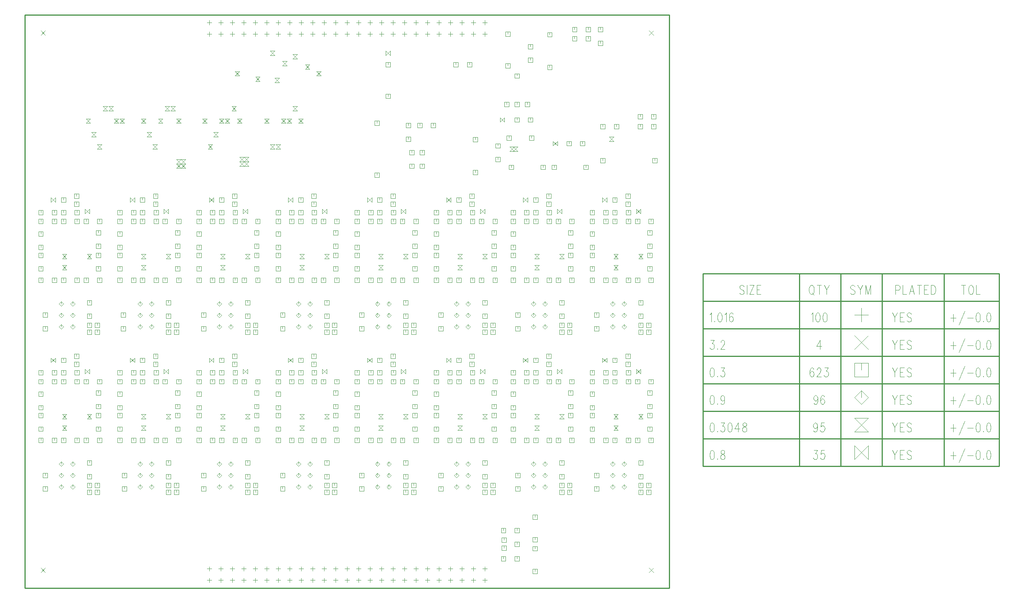
<source format=gbr>
*
*
G04 PADS Layout (Build Number 2005.266.2) generated Gerber (RS-274-X) file*
G04 PC Version=2.1*
*
%IN "module_AtoD2016_1031.pc"*%
*
%MOMM*%
*
%FSLAX35Y35*%
*
*
*
*
G04 PC Standard Apertures*
*
*
G04 Thermal Relief Aperture macro.*
%AMTER*
1,1,$1,0,0*
1,0,$1-$2,0,0*
21,0,$3,$4,0,0,45*
21,0,$3,$4,0,0,135*
%
*
*
G04 Annular Aperture macro.*
%AMANN*
1,1,$1,0,0*
1,0,$2,0,0*
%
*
*
G04 Odd Aperture macro.*
%AMODD*
1,1,$1,0,0*
1,0,$1-0.005,0,0*
%
*
*
G04 PC Custom Aperture Macros*
*
*
*
*
*
*
G04 PC Aperture Table*
*
%ADD057C,0.12*%
%ADD058C,0.254*%
*
*
*
*
G04 PC Custom Flashes*
G04 Layer Name module_AtoD2016_1031.pc - flashes*
%LPD*%
*
*
G04 PC Circuitry*
G04 Layer Name module_AtoD2016_1031.pc - circuitry*
%LPD*%
*
G54D57*
G01X35935000Y13925000D02*
X36035000D01*
Y14025000*
X35935000*
Y13925000*
X35985000Y13975000D02*
Y14025000D01*
X36235000Y13925000D02*
X36335000D01*
Y14025000*
X36235000*
Y13925000*
X36285000Y13975000D02*
Y14025000D01*
X25700000Y19475000D02*
X25800000D01*
Y19575000*
X25700000*
Y19475000*
X25750000Y19525000D02*
Y19575000D01*
X26000000Y19475000D02*
X26100000D01*
Y19575000*
X26000000*
Y19475000*
X26050000Y19525000D02*
Y19575000D01*
X26500000Y20775000D02*
X26600000D01*
Y20875000*
X26500000*
Y20775000*
X26550000Y20825000D02*
Y20875000D01*
X26200000Y20775000D02*
X26300000D01*
Y20875000*
X26200000*
Y20775000*
X26250000Y20825000D02*
Y20875000D01*
X26200000Y20975000D02*
X26300000D01*
Y21075000*
X26200000*
Y20975000*
X26250000Y21025000D02*
Y21075000D01*
X26500000Y20975000D02*
X26600000D01*
Y21075000*
X26500000*
Y20975000*
X26550000Y21025000D02*
Y21075000D01*
X27450000Y16950000D02*
X27550000D01*
Y17050000*
X27450000*
Y16950000*
X27500000Y17000000D02*
Y17050000D01*
X27450000Y16650000D02*
X27550000D01*
Y16750000*
X27450000*
Y16650000*
X27500000Y16700000D02*
Y16750000D01*
X27450000Y15925000D02*
X27550000D01*
Y16025000*
X27450000*
Y15925000*
X27500000Y15975000D02*
Y16025000D01*
X27750000Y15925000D02*
X27850000D01*
Y16025000*
X27750000*
Y15925000*
X27800000Y15975000D02*
Y16025000D01*
X27950000Y17425000D02*
X28050000D01*
Y17525000*
X27950000*
Y17425000*
X28000000Y17475000D02*
Y17525000D01*
X28250000Y17425000D02*
X28350000D01*
Y17525000*
X28250000*
Y17425000*
X28300000Y17475000D02*
Y17525000D01*
X28250000Y15925000D02*
X28350000D01*
Y16025000*
X28250000*
Y15925000*
X28300000Y15975000D02*
Y16025000D01*
X27950000Y15925000D02*
X28050000D01*
Y16025000*
X27950000*
Y15925000*
X28000000Y15975000D02*
Y16025000D01*
X28250000Y17225000D02*
X28350000D01*
Y17325000*
X28250000*
Y17225000*
X28300000Y17275000D02*
Y17325000D01*
X27950000Y17225000D02*
X28050000D01*
Y17325000*
X27950000*
Y17225000*
X28000000Y17275000D02*
Y17325000D01*
X27450000Y20500000D02*
X27550000D01*
Y20600000*
X27450000*
Y20500000*
X27500000Y20550000D02*
Y20600000D01*
X27450000Y20200000D02*
X27550000D01*
Y20300000*
X27450000*
Y20200000*
X27500000Y20250000D02*
Y20300000D01*
X28250000Y19475000D02*
X28350000D01*
Y19575000*
X28250000*
Y19475000*
X28300000Y19525000D02*
Y19575000D01*
X27950000Y19475000D02*
X28050000D01*
Y19575000*
X27950000*
Y19475000*
X28000000Y19525000D02*
Y19575000D01*
X35935000Y13300000D02*
X36035000D01*
Y13400000*
X35935000*
Y13300000*
X35985000Y13350000D02*
Y13400000D01*
X36235000Y13300000D02*
X36335000D01*
Y13400000*
X36235000*
Y13300000*
X36285000Y13350000D02*
Y13400000D01*
X28250000Y20775000D02*
X28350000D01*
Y20875000*
X28250000*
Y20775000*
X28300000Y20825000D02*
Y20875000D01*
X27950000Y20775000D02*
X28050000D01*
Y20875000*
X27950000*
Y20775000*
X28000000Y20825000D02*
Y20875000D01*
X27450000Y19475000D02*
X27550000D01*
Y19575000*
X27450000*
Y19475000*
X27500000Y19525000D02*
Y19575000D01*
X27750000Y19475000D02*
X27850000D01*
Y19575000*
X27750000*
Y19475000*
X27800000Y19525000D02*
Y19575000D01*
X27950000Y20975000D02*
X28050000D01*
Y21075000*
X27950000*
Y20975000*
X28000000Y21025000D02*
Y21075000D01*
X28250000Y20975000D02*
X28350000D01*
Y21075000*
X28250000*
Y20975000*
X28300000Y21025000D02*
Y21075000D01*
X29200000Y16950000D02*
X29300000D01*
Y17050000*
X29200000*
Y16950000*
X29250000Y17000000D02*
Y17050000D01*
X29200000Y16650000D02*
X29300000D01*
Y16750000*
X29200000*
Y16650000*
X29250000Y16700000D02*
Y16750000D01*
X30000000Y15925000D02*
X30100000D01*
Y16025000*
X30000000*
Y15925000*
X30050000Y15975000D02*
Y16025000D01*
X29700000Y15925000D02*
X29800000D01*
Y16025000*
X29700000*
Y15925000*
X29750000Y15975000D02*
Y16025000D01*
X30000000Y17225000D02*
X30100000D01*
Y17325000*
X30000000*
Y17225000*
X30050000Y17275000D02*
Y17325000D01*
X29700000Y17225000D02*
X29800000D01*
Y17325000*
X29700000*
Y17225000*
X29750000Y17275000D02*
Y17325000D01*
X29200000Y15925000D02*
X29300000D01*
Y16025000*
X29200000*
Y15925000*
X29250000Y15975000D02*
Y16025000D01*
X29500000Y15925000D02*
X29600000D01*
Y16025000*
X29500000*
Y15925000*
X29550000Y15975000D02*
Y16025000D01*
X29700000Y17425000D02*
X29800000D01*
Y17525000*
X29700000*
Y17425000*
X29750000Y17475000D02*
Y17525000D01*
X30000000Y17425000D02*
X30100000D01*
Y17525000*
X30000000*
Y17425000*
X30050000Y17475000D02*
Y17525000D01*
X29200000Y20500000D02*
X29300000D01*
Y20600000*
X29200000*
Y20500000*
X29250000Y20550000D02*
Y20600000D01*
X29200000Y20200000D02*
X29300000D01*
Y20300000*
X29200000*
Y20200000*
X29250000Y20250000D02*
Y20300000D01*
X30000000Y19475000D02*
X30100000D01*
Y19575000*
X30000000*
Y19475000*
X30050000Y19525000D02*
Y19575000D01*
X29700000Y19475000D02*
X29800000D01*
Y19575000*
X29700000*
Y19475000*
X29750000Y19525000D02*
Y19575000D01*
X25700000Y16950000D02*
X25800000D01*
Y17050000*
X25700000*
Y16950000*
X25750000Y17000000D02*
Y17050000D01*
X25700000Y16650000D02*
X25800000D01*
Y16750000*
X25700000*
Y16650000*
X25750000Y16700000D02*
Y16750000D01*
X30000000Y20775000D02*
X30100000D01*
Y20875000*
X30000000*
Y20775000*
X30050000Y20825000D02*
Y20875000D01*
X29700000Y20775000D02*
X29800000D01*
Y20875000*
X29700000*
Y20775000*
X29750000Y20825000D02*
Y20875000D01*
X29200000Y19475000D02*
X29300000D01*
Y19575000*
X29200000*
Y19475000*
X29250000Y19525000D02*
Y19575000D01*
X29500000Y19475000D02*
X29600000D01*
Y19575000*
X29500000*
Y19475000*
X29550000Y19525000D02*
Y19575000D01*
X29700000Y20975000D02*
X29800000D01*
Y21075000*
X29700000*
Y20975000*
X29750000Y21025000D02*
Y21075000D01*
X30000000Y20975000D02*
X30100000D01*
Y21075000*
X30000000*
Y20975000*
X30050000Y21025000D02*
Y21075000D01*
X30950000Y16950000D02*
X31050000D01*
Y17050000*
X30950000*
Y16950000*
X31000000Y17000000D02*
Y17050000D01*
X30950000Y16650000D02*
X31050000D01*
Y16750000*
X30950000*
Y16650000*
X31000000Y16700000D02*
Y16750000D01*
X31750000Y15925000D02*
X31850000D01*
Y16025000*
X31750000*
Y15925000*
X31800000Y15975000D02*
Y16025000D01*
X31450000Y15925000D02*
X31550000D01*
Y16025000*
X31450000*
Y15925000*
X31500000Y15975000D02*
Y16025000D01*
X31750000Y17225000D02*
X31850000D01*
Y17325000*
X31750000*
Y17225000*
X31800000Y17275000D02*
Y17325000D01*
X31450000Y17225000D02*
X31550000D01*
Y17325000*
X31450000*
Y17225000*
X31500000Y17275000D02*
Y17325000D01*
X30950000Y15925000D02*
X31050000D01*
Y16025000*
X30950000*
Y15925000*
X31000000Y15975000D02*
Y16025000D01*
X31250000Y15925000D02*
X31350000D01*
Y16025000*
X31250000*
Y15925000*
X31300000Y15975000D02*
Y16025000D01*
X31450000Y17425000D02*
X31550000D01*
Y17525000*
X31450000*
Y17425000*
X31500000Y17475000D02*
Y17525000D01*
X31750000Y17425000D02*
X31850000D01*
Y17525000*
X31750000*
Y17425000*
X31800000Y17475000D02*
Y17525000D01*
X30950000Y20500000D02*
X31050000D01*
Y20600000*
X30950000*
Y20500000*
X31000000Y20550000D02*
Y20600000D01*
X30950000Y20200000D02*
X31050000D01*
Y20300000*
X30950000*
Y20200000*
X31000000Y20250000D02*
Y20300000D01*
X31750000Y19475000D02*
X31850000D01*
Y19575000*
X31750000*
Y19475000*
X31800000Y19525000D02*
Y19575000D01*
X31450000Y19475000D02*
X31550000D01*
Y19575000*
X31450000*
Y19475000*
X31500000Y19525000D02*
Y19575000D01*
X26500000Y17225000D02*
X26600000D01*
Y17325000*
X26500000*
Y17225000*
X26550000Y17275000D02*
Y17325000D01*
X26200000Y17225000D02*
X26300000D01*
Y17325000*
X26200000*
Y17225000*
X26250000Y17275000D02*
Y17325000D01*
X31750000Y20775000D02*
X31850000D01*
Y20875000*
X31750000*
Y20775000*
X31800000Y20825000D02*
Y20875000D01*
X31450000Y20775000D02*
X31550000D01*
Y20875000*
X31450000*
Y20775000*
X31500000Y20825000D02*
Y20875000D01*
X30950000Y19475000D02*
X31050000D01*
Y19575000*
X30950000*
Y19475000*
X31000000Y19525000D02*
Y19575000D01*
X31250000Y19475000D02*
X31350000D01*
Y19575000*
X31250000*
Y19475000*
X31300000Y19525000D02*
Y19575000D01*
X31450000Y20975000D02*
X31550000D01*
Y21075000*
X31450000*
Y20975000*
X31500000Y21025000D02*
Y21075000D01*
X31750000Y20975000D02*
X31850000D01*
Y21075000*
X31750000*
Y20975000*
X31800000Y21025000D02*
Y21075000D01*
X32700000Y16950000D02*
X32800000D01*
Y17050000*
X32700000*
Y16950000*
X32750000Y17000000D02*
Y17050000D01*
X32700000Y16650000D02*
X32800000D01*
Y16750000*
X32700000*
Y16650000*
X32750000Y16700000D02*
Y16750000D01*
X33500000Y15925000D02*
X33600000D01*
Y16025000*
X33500000*
Y15925000*
X33550000Y15975000D02*
Y16025000D01*
X33200000Y15925000D02*
X33300000D01*
Y16025000*
X33200000*
Y15925000*
X33250000Y15975000D02*
Y16025000D01*
X33500000Y17225000D02*
X33600000D01*
Y17325000*
X33500000*
Y17225000*
X33550000Y17275000D02*
Y17325000D01*
X33200000Y17225000D02*
X33300000D01*
Y17325000*
X33200000*
Y17225000*
X33250000Y17275000D02*
Y17325000D01*
X32700000Y15925000D02*
X32800000D01*
Y16025000*
X32700000*
Y15925000*
X32750000Y15975000D02*
Y16025000D01*
X33000000Y15925000D02*
X33100000D01*
Y16025000*
X33000000*
Y15925000*
X33050000Y15975000D02*
Y16025000D01*
X33200000Y17425000D02*
X33300000D01*
Y17525000*
X33200000*
Y17425000*
X33250000Y17475000D02*
Y17525000D01*
X33500000Y17425000D02*
X33600000D01*
Y17525000*
X33500000*
Y17425000*
X33550000Y17475000D02*
Y17525000D01*
X32700000Y20500000D02*
X32800000D01*
Y20600000*
X32700000*
Y20500000*
X32750000Y20550000D02*
Y20600000D01*
X32700000Y20200000D02*
X32800000D01*
Y20300000*
X32700000*
Y20200000*
X32750000Y20250000D02*
Y20300000D01*
X33500000Y20775000D02*
X33600000D01*
Y20875000*
X33500000*
Y20775000*
X33550000Y20825000D02*
Y20875000D01*
X33200000Y20775000D02*
X33300000D01*
Y20875000*
X33200000*
Y20775000*
X33250000Y20825000D02*
Y20875000D01*
X26500000Y15925000D02*
X26600000D01*
Y16025000*
X26500000*
Y15925000*
X26550000Y15975000D02*
Y16025000D01*
X26200000Y15925000D02*
X26300000D01*
Y16025000*
X26200000*
Y15925000*
X26250000Y15975000D02*
Y16025000D01*
X33500000Y19475000D02*
X33600000D01*
Y19575000*
X33500000*
Y19475000*
X33550000Y19525000D02*
Y19575000D01*
X33200000Y19475000D02*
X33300000D01*
Y19575000*
X33200000*
Y19475000*
X33250000Y19525000D02*
Y19575000D01*
X32700000Y19475000D02*
X32800000D01*
Y19575000*
X32700000*
Y19475000*
X32750000Y19525000D02*
Y19575000D01*
X33000000Y19475000D02*
X33100000D01*
Y19575000*
X33000000*
Y19475000*
X33050000Y19525000D02*
Y19575000D01*
X33200000Y20975000D02*
X33300000D01*
Y21075000*
X33200000*
Y20975000*
X33250000Y21025000D02*
Y21075000D01*
X33500000Y20975000D02*
X33600000D01*
Y21075000*
X33500000*
Y20975000*
X33550000Y21025000D02*
Y21075000D01*
X34450000Y16950000D02*
X34550000D01*
Y17050000*
X34450000*
Y16950000*
X34500000Y17000000D02*
Y17050000D01*
X34450000Y16650000D02*
X34550000D01*
Y16750000*
X34450000*
Y16650000*
X34500000Y16700000D02*
Y16750000D01*
X35250000Y15925000D02*
X35350000D01*
Y16025000*
X35250000*
Y15925000*
X35300000Y15975000D02*
Y16025000D01*
X34950000Y15925000D02*
X35050000D01*
Y16025000*
X34950000*
Y15925000*
X35000000Y15975000D02*
Y16025000D01*
X35250000Y17225000D02*
X35350000D01*
Y17325000*
X35250000*
Y17225000*
X35300000Y17275000D02*
Y17325000D01*
X34950000Y17225000D02*
X35050000D01*
Y17325000*
X34950000*
Y17225000*
X35000000Y17275000D02*
Y17325000D01*
X34450000Y15925000D02*
X34550000D01*
Y16025000*
X34450000*
Y15925000*
X34500000Y15975000D02*
Y16025000D01*
X34750000Y15925000D02*
X34850000D01*
Y16025000*
X34750000*
Y15925000*
X34800000Y15975000D02*
Y16025000D01*
X34950000Y17425000D02*
X35050000D01*
Y17525000*
X34950000*
Y17425000*
X35000000Y17475000D02*
Y17525000D01*
X35250000Y17425000D02*
X35350000D01*
Y17525000*
X35250000*
Y17425000*
X35300000Y17475000D02*
Y17525000D01*
X34450000Y20500000D02*
X34550000D01*
Y20600000*
X34450000*
Y20500000*
X34500000Y20550000D02*
Y20600000D01*
X34450000Y20200000D02*
X34550000D01*
Y20300000*
X34450000*
Y20200000*
X34500000Y20250000D02*
Y20300000D01*
X35250000Y19475000D02*
X35350000D01*
Y19575000*
X35250000*
Y19475000*
X35300000Y19525000D02*
Y19575000D01*
X34950000Y19475000D02*
X35050000D01*
Y19575000*
X34950000*
Y19475000*
X35000000Y19525000D02*
Y19575000D01*
X25700000Y15925000D02*
X25800000D01*
Y16025000*
X25700000*
Y15925000*
X25750000Y15975000D02*
Y16025000D01*
X26000000Y15925000D02*
X26100000D01*
Y16025000*
X26000000*
Y15925000*
X26050000Y15975000D02*
Y16025000D01*
X35250000Y20775000D02*
X35350000D01*
Y20875000*
X35250000*
Y20775000*
X35300000Y20825000D02*
Y20875000D01*
X34950000Y20775000D02*
X35050000D01*
Y20875000*
X34950000*
Y20775000*
X35000000Y20825000D02*
Y20875000D01*
X34450000Y19475000D02*
X34550000D01*
Y19575000*
X34450000*
Y19475000*
X34500000Y19525000D02*
Y19575000D01*
X34750000Y19475000D02*
X34850000D01*
Y19575000*
X34750000*
Y19475000*
X34800000Y19525000D02*
Y19575000D01*
X34950000Y20975000D02*
X35050000D01*
Y21075000*
X34950000*
Y20975000*
X35000000Y21025000D02*
Y21075000D01*
X35250000Y20975000D02*
X35350000D01*
Y21075000*
X35250000*
Y20975000*
X35300000Y21025000D02*
Y21075000D01*
X36150000Y16950000D02*
X36250000D01*
Y17050000*
X36150000*
Y16950000*
X36200000Y17000000D02*
Y17050000D01*
X36150000Y16650000D02*
X36250000D01*
Y16750000*
X36150000*
Y16650000*
X36200000Y16700000D02*
Y16750000D01*
X36950000Y15925000D02*
X37050000D01*
Y16025000*
X36950000*
Y15925000*
X37000000Y15975000D02*
Y16025000D01*
X36650000Y15925000D02*
X36750000D01*
Y16025000*
X36650000*
Y15925000*
X36700000Y15975000D02*
Y16025000D01*
X36950000Y17225000D02*
X37050000D01*
Y17325000*
X36950000*
Y17225000*
X37000000Y17275000D02*
Y17325000D01*
X36650000Y17225000D02*
X36750000D01*
Y17325000*
X36650000*
Y17225000*
X36700000Y17275000D02*
Y17325000D01*
X36150000Y15925000D02*
X36250000D01*
Y16025000*
X36150000*
Y15925000*
X36200000Y15975000D02*
Y16025000D01*
X36450000Y15925000D02*
X36550000D01*
Y16025000*
X36450000*
Y15925000*
X36500000Y15975000D02*
Y16025000D01*
X36650000Y17425000D02*
X36750000D01*
Y17525000*
X36650000*
Y17425000*
X36700000Y17475000D02*
Y17525000D01*
X36950000Y17425000D02*
X37050000D01*
Y17525000*
X36950000*
Y17425000*
X37000000Y17475000D02*
Y17525000D01*
X36150000Y20500000D02*
X36250000D01*
Y20600000*
X36150000*
Y20500000*
X36200000Y20550000D02*
Y20600000D01*
X36150000Y20200000D02*
X36250000D01*
Y20300000*
X36150000*
Y20200000*
X36200000Y20250000D02*
Y20300000D01*
X36950000Y19475000D02*
X37050000D01*
Y19575000*
X36950000*
Y19475000*
X37000000Y19525000D02*
Y19575000D01*
X36650000Y19475000D02*
X36750000D01*
Y19575000*
X36650000*
Y19475000*
X36700000Y19525000D02*
Y19575000D01*
X26200000Y17425000D02*
X26300000D01*
Y17525000*
X26200000*
Y17425000*
X26250000Y17475000D02*
Y17525000D01*
X26500000Y17425000D02*
X26600000D01*
Y17525000*
X26500000*
Y17425000*
X26550000Y17475000D02*
Y17525000D01*
X36950000Y20775000D02*
X37050000D01*
Y20875000*
X36950000*
Y20775000*
X37000000Y20825000D02*
Y20875000D01*
X36650000Y20775000D02*
X36750000D01*
Y20875000*
X36650000*
Y20775000*
X36700000Y20825000D02*
Y20875000D01*
X36150000Y19475000D02*
X36250000D01*
Y19575000*
X36150000*
Y19475000*
X36200000Y19525000D02*
Y19575000D01*
X36450000Y19475000D02*
X36550000D01*
Y19575000*
X36450000*
Y19475000*
X36500000Y19525000D02*
Y19575000D01*
X36650000Y20975000D02*
X36750000D01*
Y21075000*
X36650000*
Y20975000*
X36700000Y21025000D02*
Y21075000D01*
X36950000Y20975000D02*
X37050000D01*
Y21075000*
X36950000*
Y20975000*
X37000000Y21025000D02*
Y21075000D01*
X37900000Y16950000D02*
X38000000D01*
Y17050000*
X37900000*
Y16950000*
X37950000Y17000000D02*
Y17050000D01*
X37900000Y16650000D02*
X38000000D01*
Y16750000*
X37900000*
Y16650000*
X37950000Y16700000D02*
Y16750000D01*
X38700000Y15925000D02*
X38800000D01*
Y16025000*
X38700000*
Y15925000*
X38750000Y15975000D02*
Y16025000D01*
X38400000Y15925000D02*
X38500000D01*
Y16025000*
X38400000*
Y15925000*
X38450000Y15975000D02*
Y16025000D01*
X38700000Y17225000D02*
X38800000D01*
Y17325000*
X38700000*
Y17225000*
X38750000Y17275000D02*
Y17325000D01*
X38400000Y17225000D02*
X38500000D01*
Y17325000*
X38400000*
Y17225000*
X38450000Y17275000D02*
Y17325000D01*
X37900000Y15925000D02*
X38000000D01*
Y16025000*
X37900000*
Y15925000*
X37950000Y15975000D02*
Y16025000D01*
X38200000Y15925000D02*
X38300000D01*
Y16025000*
X38200000*
Y15925000*
X38250000Y15975000D02*
Y16025000D01*
X38400000Y17425000D02*
X38500000D01*
Y17525000*
X38400000*
Y17425000*
X38450000Y17475000D02*
Y17525000D01*
X38700000Y17425000D02*
X38800000D01*
Y17525000*
X38700000*
Y17425000*
X38750000Y17475000D02*
Y17525000D01*
X37900000Y20500000D02*
X38000000D01*
Y20600000*
X37900000*
Y20500000*
X37950000Y20550000D02*
Y20600000D01*
X37900000Y20200000D02*
X38000000D01*
Y20300000*
X37900000*
Y20200000*
X37950000Y20250000D02*
Y20300000D01*
X38700000Y19475000D02*
X38800000D01*
Y19575000*
X38700000*
Y19475000*
X38750000Y19525000D02*
Y19575000D01*
X38400000Y19475000D02*
X38500000D01*
Y19575000*
X38400000*
Y19475000*
X38450000Y19525000D02*
Y19575000D01*
X25700000Y20500000D02*
X25800000D01*
Y20600000*
X25700000*
Y20500000*
X25750000Y20550000D02*
Y20600000D01*
X25700000Y20200000D02*
X25800000D01*
Y20300000*
X25700000*
Y20200000*
X25750000Y20250000D02*
Y20300000D01*
X38700000Y20775000D02*
X38800000D01*
Y20875000*
X38700000*
Y20775000*
X38750000Y20825000D02*
Y20875000D01*
X38400000Y20775000D02*
X38500000D01*
Y20875000*
X38400000*
Y20775000*
X38450000Y20825000D02*
Y20875000D01*
X37900000Y19475000D02*
X38000000D01*
Y19575000*
X37900000*
Y19475000*
X37950000Y19525000D02*
Y19575000D01*
X38200000Y19475000D02*
X38300000D01*
Y19575000*
X38200000*
Y19475000*
X38250000Y19525000D02*
Y19575000D01*
X38400000Y20975000D02*
X38500000D01*
Y21075000*
X38400000*
Y20975000*
X38450000Y21025000D02*
Y21075000D01*
X38700000Y20975000D02*
X38800000D01*
Y21075000*
X38700000*
Y20975000*
X38750000Y21025000D02*
Y21075000D01*
X38960000Y23100000D02*
X39060000D01*
Y23200000*
X38960000*
Y23100000*
X39010000Y23150000D02*
Y23200000D01*
X39260000Y23100000D02*
X39360000D01*
Y23200000*
X39260000*
Y23100000*
X39310000Y23150000D02*
Y23200000D01*
X36235000Y23025000D02*
X36335000D01*
Y23125000*
X36235000*
Y23025000*
X36285000Y23075000D02*
Y23125000D01*
X36535000Y23025000D02*
X36635000D01*
Y23125000*
X36535000*
Y23025000*
X36585000Y23075000D02*
Y23125000D01*
X38135000Y22875000D02*
X38235000D01*
Y22975000*
X38135000*
Y22875000*
X38185000Y22925000D02*
Y22975000D01*
X38435000Y22875000D02*
X38535000D01*
Y22975000*
X38435000*
Y22875000*
X38485000Y22925000D02*
Y22975000D01*
X37385000Y22500000D02*
X37485000D01*
Y22600000*
X37385000*
Y22500000*
X37435000Y22550000D02*
Y22600000D01*
X37685000Y22500000D02*
X37785000D01*
Y22600000*
X37685000*
Y22500000*
X37735000Y22550000D02*
Y22600000D01*
X36535000Y24650000D02*
X36635000D01*
Y24750000*
X36535000*
Y24650000*
X36585000Y24700000D02*
Y24750000D01*
X36535000Y24350000D02*
X36635000D01*
Y24450000*
X36535000*
Y24350000*
X36585000Y24400000D02*
Y24450000D01*
X38085000Y24725000D02*
X38185000D01*
Y24825000*
X38085000*
Y24725000*
X38135000Y24775000D02*
Y24825000D01*
X38085000Y25025000D02*
X38185000D01*
Y25125000*
X38085000*
Y25025000*
X38135000Y25075000D02*
Y25125000D01*
X33835000Y22600000D02*
X33935000D01*
Y22700000*
X33835000*
Y22600000*
X33885000Y22650000D02*
Y22700000D01*
X33835000Y22900000D02*
X33935000D01*
Y23000000*
X33835000*
Y22900000*
X33885000Y22950000D02*
Y23000000D01*
X26500000Y19475000D02*
X26600000D01*
Y19575000*
X26500000*
Y19475000*
X26550000Y19525000D02*
Y19575000D01*
X26200000Y19475000D02*
X26300000D01*
Y19575000*
X26200000*
Y19475000*
X26250000Y19525000D02*
Y19575000D01*
X35185000Y24250000D02*
X35285000D01*
Y24350000*
X35185000*
Y24250000*
X35235000Y24300000D02*
Y24350000D01*
X34885000Y24250000D02*
X34985000D01*
Y24350000*
X34885000*
Y24250000*
X34935000Y24300000D02*
Y24350000D01*
X35810000Y22150000D02*
X35910000D01*
Y22250000*
X35810000*
Y22150000*
X35860000Y22200000D02*
Y22250000D01*
X35810000Y22450000D02*
X35910000D01*
Y22550000*
X35810000*
Y22450000*
X35860000Y22500000D02*
Y22550000D01*
X34385000Y22900000D02*
X34485000D01*
Y23000000*
X34385000*
Y22900000*
X34435000Y22950000D02*
Y23000000D01*
X34085000Y22900000D02*
X34185000D01*
Y23000000*
X34085000*
Y22900000*
X34135000Y22950000D02*
Y23000000D01*
X26775000Y14925000D02*
X26875000D01*
Y15025000*
X26775000*
Y14925000*
X26825000Y14975000D02*
Y15025000D01*
X26775000Y14775000D02*
X26875000D01*
Y14875000*
X26775000*
Y14775000*
X26825000Y14825000D02*
Y14875000D01*
X28525000Y18475000D02*
X28625000D01*
Y18575000*
X28525000*
Y18475000*
X28575000Y18525000D02*
Y18575000D01*
X28525000Y18325000D02*
X28625000D01*
Y18425000*
X28525000*
Y18325000*
X28575000Y18375000D02*
Y18425000D01*
X28700000Y18475000D02*
X28800000D01*
Y18575000*
X28700000*
Y18475000*
X28750000Y18525000D02*
Y18575000D01*
X28700000Y18325000D02*
X28800000D01*
Y18425000*
X28700000*
Y18325000*
X28750000Y18375000D02*
Y18425000D01*
X28239700Y21161100D02*
X28339700D01*
Y21261100*
X28239700*
Y21161100*
X28289700Y21211100D02*
Y21261100D01*
X28239700Y21338900D02*
X28339700D01*
Y21438900*
X28239700*
Y21338900*
X28289700Y21388900D02*
Y21438900D01*
X27950000Y21250000D02*
X28050000D01*
Y21350000*
X27950000*
Y21250000*
X28000000Y21300000D02*
Y21350000D01*
X30275000Y14925000D02*
X30375000D01*
Y15025000*
X30275000*
Y14925000*
X30325000Y14975000D02*
Y15025000D01*
X30275000Y14775000D02*
X30375000D01*
Y14875000*
X30275000*
Y14775000*
X30325000Y14825000D02*
Y14875000D01*
X30450000Y14925000D02*
X30550000D01*
Y15025000*
X30450000*
Y14925000*
X30500000Y14975000D02*
Y15025000D01*
X30450000Y14775000D02*
X30550000D01*
Y14875000*
X30450000*
Y14775000*
X30500000Y14825000D02*
Y14875000D01*
X29989700Y17611100D02*
X30089700D01*
Y17711100*
X29989700*
Y17611100*
X30039700Y17661100D02*
Y17711100D01*
X29989700Y17788900D02*
X30089700D01*
Y17888900*
X29989700*
Y17788900*
X30039700Y17838900D02*
Y17888900D01*
X29700000Y17700000D02*
X29800000D01*
Y17800000*
X29700000*
Y17700000*
X29750000Y17750000D02*
Y17800000D01*
X30275000Y18475000D02*
X30375000D01*
Y18575000*
X30275000*
Y18475000*
X30325000Y18525000D02*
Y18575000D01*
X30275000Y18325000D02*
X30375000D01*
Y18425000*
X30275000*
Y18325000*
X30325000Y18375000D02*
Y18425000D01*
X29989700Y21161100D02*
X30089700D01*
Y21261100*
X29989700*
Y21161100*
X30039700Y21211100D02*
Y21261100D01*
X29989700Y21338900D02*
X30089700D01*
Y21438900*
X29989700*
Y21338900*
X30039700Y21388900D02*
Y21438900D01*
X29700000Y21250000D02*
X29800000D01*
Y21350000*
X29700000*
Y21250000*
X29750000Y21300000D02*
Y21350000D01*
X30450000Y18475000D02*
X30550000D01*
Y18575000*
X30450000*
Y18475000*
X30500000Y18525000D02*
Y18575000D01*
X30450000Y18325000D02*
X30550000D01*
Y18425000*
X30450000*
Y18325000*
X30500000Y18375000D02*
Y18425000D01*
X32025000Y14925000D02*
X32125000D01*
Y15025000*
X32025000*
Y14925000*
X32075000Y14975000D02*
Y15025000D01*
X32025000Y14775000D02*
X32125000D01*
Y14875000*
X32025000*
Y14775000*
X32075000Y14825000D02*
Y14875000D01*
X26950000Y14925000D02*
X27050000D01*
Y15025000*
X26950000*
Y14925000*
X27000000Y14975000D02*
Y15025000D01*
X26950000Y14775000D02*
X27050000D01*
Y14875000*
X26950000*
Y14775000*
X27000000Y14825000D02*
Y14875000D01*
X31739700Y17611100D02*
X31839700D01*
Y17711100*
X31739700*
Y17611100*
X31789700Y17661100D02*
Y17711100D01*
X31739700Y17788900D02*
X31839700D01*
Y17888900*
X31739700*
Y17788900*
X31789700Y17838900D02*
Y17888900D01*
X31450000Y17700000D02*
X31550000D01*
Y17800000*
X31450000*
Y17700000*
X31500000Y17750000D02*
Y17800000D01*
X32200000Y14925000D02*
X32300000D01*
Y15025000*
X32200000*
Y14925000*
X32250000Y14975000D02*
Y15025000D01*
X32200000Y14775000D02*
X32300000D01*
Y14875000*
X32200000*
Y14775000*
X32250000Y14825000D02*
Y14875000D01*
X32025000Y18475000D02*
X32125000D01*
Y18575000*
X32025000*
Y18475000*
X32075000Y18525000D02*
Y18575000D01*
X32025000Y18325000D02*
X32125000D01*
Y18425000*
X32025000*
Y18325000*
X32075000Y18375000D02*
Y18425000D01*
X31739700Y21161100D02*
X31839700D01*
Y21261100*
X31739700*
Y21161100*
X31789700Y21211100D02*
Y21261100D01*
X31739700Y21338900D02*
X31839700D01*
Y21438900*
X31739700*
Y21338900*
X31789700Y21388900D02*
Y21438900D01*
X31450000Y21250000D02*
X31550000D01*
Y21350000*
X31450000*
Y21250000*
X31500000Y21300000D02*
Y21350000D01*
X32200000Y18475000D02*
X32300000D01*
Y18575000*
X32200000*
Y18475000*
X32250000Y18525000D02*
Y18575000D01*
X32200000Y18325000D02*
X32300000D01*
Y18425000*
X32200000*
Y18325000*
X32250000Y18375000D02*
Y18425000D01*
X33775000Y14925000D02*
X33875000D01*
Y15025000*
X33775000*
Y14925000*
X33825000Y14975000D02*
Y15025000D01*
X33775000Y14775000D02*
X33875000D01*
Y14875000*
X33775000*
Y14775000*
X33825000Y14825000D02*
Y14875000D01*
X33489700Y17611100D02*
X33589700D01*
Y17711100*
X33489700*
Y17611100*
X33539700Y17661100D02*
Y17711100D01*
X33489700Y17788900D02*
X33589700D01*
Y17888900*
X33489700*
Y17788900*
X33539700Y17838900D02*
Y17888900D01*
X33200000Y17700000D02*
X33300000D01*
Y17800000*
X33200000*
Y17700000*
X33250000Y17750000D02*
Y17800000D01*
X33950000Y14925000D02*
X34050000D01*
Y15025000*
X33950000*
Y14925000*
X34000000Y14975000D02*
Y15025000D01*
X33950000Y14775000D02*
X34050000D01*
Y14875000*
X33950000*
Y14775000*
X34000000Y14825000D02*
Y14875000D01*
X33775000Y18475000D02*
X33875000D01*
Y18575000*
X33775000*
Y18475000*
X33825000Y18525000D02*
Y18575000D01*
X33775000Y18325000D02*
X33875000D01*
Y18425000*
X33775000*
Y18325000*
X33825000Y18375000D02*
Y18425000D01*
X33489700Y21161100D02*
X33589700D01*
Y21261100*
X33489700*
Y21161100*
X33539700Y21211100D02*
Y21261100D01*
X33489700Y21338900D02*
X33589700D01*
Y21438900*
X33489700*
Y21338900*
X33539700Y21388900D02*
Y21438900D01*
X33200000Y21250000D02*
X33300000D01*
Y21350000*
X33200000*
Y21250000*
X33250000Y21300000D02*
Y21350000D01*
X26489700Y17611100D02*
X26589700D01*
Y17711100*
X26489700*
Y17611100*
X26539700Y17661100D02*
Y17711100D01*
X26489700Y17788900D02*
X26589700D01*
Y17888900*
X26489700*
Y17788900*
X26539700Y17838900D02*
Y17888900D01*
X26200000Y17700000D02*
X26300000D01*
Y17800000*
X26200000*
Y17700000*
X26250000Y17750000D02*
Y17800000D01*
X33950000Y18475000D02*
X34050000D01*
Y18575000*
X33950000*
Y18475000*
X34000000Y18525000D02*
Y18575000D01*
X33950000Y18325000D02*
X34050000D01*
Y18425000*
X33950000*
Y18325000*
X34000000Y18375000D02*
Y18425000D01*
X35525000Y14925000D02*
X35625000D01*
Y15025000*
X35525000*
Y14925000*
X35575000Y14975000D02*
Y15025000D01*
X35525000Y14775000D02*
X35625000D01*
Y14875000*
X35525000*
Y14775000*
X35575000Y14825000D02*
Y14875000D01*
X35239700Y17611100D02*
X35339700D01*
Y17711100*
X35239700*
Y17611100*
X35289700Y17661100D02*
Y17711100D01*
X35239700Y17788900D02*
X35339700D01*
Y17888900*
X35239700*
Y17788900*
X35289700Y17838900D02*
Y17888900D01*
X34950000Y17700000D02*
X35050000D01*
Y17800000*
X34950000*
Y17700000*
X35000000Y17750000D02*
Y17800000D01*
X35700000Y14925000D02*
X35800000D01*
Y15025000*
X35700000*
Y14925000*
X35750000Y14975000D02*
Y15025000D01*
X35700000Y14775000D02*
X35800000D01*
Y14875000*
X35700000*
Y14775000*
X35750000Y14825000D02*
Y14875000D01*
X35525000Y18475000D02*
X35625000D01*
Y18575000*
X35525000*
Y18475000*
X35575000Y18525000D02*
Y18575000D01*
X35525000Y18325000D02*
X35625000D01*
Y18425000*
X35525000*
Y18325000*
X35575000Y18375000D02*
Y18425000D01*
X35239700Y21161100D02*
X35339700D01*
Y21261100*
X35239700*
Y21161100*
X35289700Y21211100D02*
Y21261100D01*
X35239700Y21338900D02*
X35339700D01*
Y21438900*
X35239700*
Y21338900*
X35289700Y21388900D02*
Y21438900D01*
X34950000Y21250000D02*
X35050000D01*
Y21350000*
X34950000*
Y21250000*
X35000000Y21300000D02*
Y21350000D01*
X35700000Y18475000D02*
X35800000D01*
Y18575000*
X35700000*
Y18475000*
X35750000Y18525000D02*
Y18575000D01*
X35700000Y18325000D02*
X35800000D01*
Y18425000*
X35700000*
Y18325000*
X35750000Y18375000D02*
Y18425000D01*
X37225000Y14925000D02*
X37325000D01*
Y15025000*
X37225000*
Y14925000*
X37275000Y14975000D02*
Y15025000D01*
X37225000Y14775000D02*
X37325000D01*
Y14875000*
X37225000*
Y14775000*
X37275000Y14825000D02*
Y14875000D01*
X36939700Y17611100D02*
X37039700D01*
Y17711100*
X36939700*
Y17611100*
X36989700Y17661100D02*
Y17711100D01*
X36939700Y17788900D02*
X37039700D01*
Y17888900*
X36939700*
Y17788900*
X36989700Y17838900D02*
Y17888900D01*
X36650000Y17700000D02*
X36750000D01*
Y17800000*
X36650000*
Y17700000*
X36700000Y17750000D02*
Y17800000D01*
X37400000Y14925000D02*
X37500000D01*
Y15025000*
X37400000*
Y14925000*
X37450000Y14975000D02*
Y15025000D01*
X37400000Y14775000D02*
X37500000D01*
Y14875000*
X37400000*
Y14775000*
X37450000Y14825000D02*
Y14875000D01*
X26775000Y18475000D02*
X26875000D01*
Y18575000*
X26775000*
Y18475000*
X26825000Y18525000D02*
Y18575000D01*
X26775000Y18325000D02*
X26875000D01*
Y18425000*
X26775000*
Y18325000*
X26825000Y18375000D02*
Y18425000D01*
X37225000Y18475000D02*
X37325000D01*
Y18575000*
X37225000*
Y18475000*
X37275000Y18525000D02*
Y18575000D01*
X37225000Y18325000D02*
X37325000D01*
Y18425000*
X37225000*
Y18325000*
X37275000Y18375000D02*
Y18425000D01*
X36939700Y21161100D02*
X37039700D01*
Y21261100*
X36939700*
Y21161100*
X36989700Y21211100D02*
Y21261100D01*
X36939700Y21338900D02*
X37039700D01*
Y21438900*
X36939700*
Y21338900*
X36989700Y21388900D02*
Y21438900D01*
X36650000Y21250000D02*
X36750000D01*
Y21350000*
X36650000*
Y21250000*
X36700000Y21300000D02*
Y21350000D01*
X37400000Y18475000D02*
X37500000D01*
Y18575000*
X37400000*
Y18475000*
X37450000Y18525000D02*
Y18575000D01*
X37400000Y18325000D02*
X37500000D01*
Y18425000*
X37400000*
Y18325000*
X37450000Y18375000D02*
Y18425000D01*
X38975000Y14925000D02*
X39075000D01*
Y15025000*
X38975000*
Y14925000*
X39025000Y14975000D02*
Y15025000D01*
X38975000Y14775000D02*
X39075000D01*
Y14875000*
X38975000*
Y14775000*
X39025000Y14825000D02*
Y14875000D01*
X38689700Y17611100D02*
X38789700D01*
Y17711100*
X38689700*
Y17611100*
X38739700Y17661100D02*
Y17711100D01*
X38689700Y17788900D02*
X38789700D01*
Y17888900*
X38689700*
Y17788900*
X38739700Y17838900D02*
Y17888900D01*
X38400000Y17700000D02*
X38500000D01*
Y17800000*
X38400000*
Y17700000*
X38450000Y17750000D02*
Y17800000D01*
X39150000Y14925000D02*
X39250000D01*
Y15025000*
X39150000*
Y14925000*
X39200000Y14975000D02*
Y15025000D01*
X39150000Y14775000D02*
X39250000D01*
Y14875000*
X39150000*
Y14775000*
X39200000Y14825000D02*
Y14875000D01*
X38975000Y18475000D02*
X39075000D01*
Y18575000*
X38975000*
Y18475000*
X39025000Y18525000D02*
Y18575000D01*
X38975000Y18325000D02*
X39075000D01*
Y18425000*
X38975000*
Y18325000*
X39025000Y18375000D02*
Y18425000D01*
X38689700Y21161100D02*
X38789700D01*
Y21261100*
X38689700*
Y21161100*
X38739700Y21211100D02*
Y21261100D01*
X38689700Y21338900D02*
X38789700D01*
Y21438900*
X38689700*
Y21338900*
X38739700Y21388900D02*
Y21438900D01*
X38400000Y21250000D02*
X38500000D01*
Y21350000*
X38400000*
Y21250000*
X38450000Y21300000D02*
Y21350000D01*
X39150000Y18475000D02*
X39250000D01*
Y18575000*
X39150000*
Y18475000*
X39200000Y18525000D02*
Y18575000D01*
X39150000Y18325000D02*
X39250000D01*
Y18425000*
X39150000*
Y18325000*
X39200000Y18375000D02*
Y18425000D01*
X26950000Y18475000D02*
X27050000D01*
Y18575000*
X26950000*
Y18475000*
X27000000Y18525000D02*
Y18575000D01*
X26950000Y18325000D02*
X27050000D01*
Y18425000*
X26950000*
Y18325000*
X27000000Y18375000D02*
Y18425000D01*
X26489700Y21161100D02*
X26589700D01*
Y21261100*
X26489700*
Y21161100*
X26539700Y21211100D02*
Y21261100D01*
X26489700Y21338900D02*
X26589700D01*
Y21438900*
X26489700*
Y21338900*
X26539700Y21388900D02*
Y21438900D01*
X26200000Y21250000D02*
X26300000D01*
Y21350000*
X26200000*
Y21250000*
X26250000Y21300000D02*
Y21350000D01*
X28525000Y14925000D02*
X28625000D01*
Y15025000*
X28525000*
Y14925000*
X28575000Y14975000D02*
Y15025000D01*
X28525000Y14775000D02*
X28625000D01*
Y14875000*
X28525000*
Y14775000*
X28575000Y14825000D02*
Y14875000D01*
X28700000Y14925000D02*
X28800000D01*
Y15025000*
X28700000*
Y14925000*
X28750000Y14975000D02*
Y15025000D01*
X28700000Y14775000D02*
X28800000D01*
Y14875000*
X28700000*
Y14775000*
X28750000Y14825000D02*
Y14875000D01*
X28239700Y17611100D02*
X28339700D01*
Y17711100*
X28239700*
Y17611100*
X28289700Y17661100D02*
Y17711100D01*
X28239700Y17788900D02*
X28339700D01*
Y17888900*
X28239700*
Y17788900*
X28289700Y17838900D02*
Y17888900D01*
X27950000Y17700000D02*
X28050000D01*
Y17800000*
X27950000*
Y17700000*
X28000000Y17750000D02*
Y17800000D01*
X36635000Y13725000D02*
X36735000D01*
Y13825000*
X36635000*
Y13725000*
X36685000Y13775000D02*
Y13825000D01*
X36635000Y14225000D02*
X36735000D01*
Y14325000*
X36635000*
Y14225000*
X36685000Y14275000D02*
Y14325000D01*
X36635000Y13525000D02*
X36735000D01*
Y13625000*
X36635000*
Y13525000*
X36685000Y13575000D02*
Y13625000D01*
X36635000Y13025000D02*
X36735000D01*
Y13125000*
X36635000*
Y13025000*
X36685000Y13075000D02*
Y13125000D01*
X38135000Y22125000D02*
X38235000D01*
Y22225000*
X38135000*
Y22125000*
X38185000Y22175000D02*
Y22225000D01*
X39285000Y22125000D02*
X39385000D01*
Y22225000*
X39285000*
Y22125000*
X39335000Y22175000D02*
Y22225000D01*
X36060000Y22625000D02*
X36160000D01*
Y22725000*
X36060000*
Y22625000*
X36110000Y22675000D02*
Y22725000D01*
X36560000Y22625000D02*
X36660000D01*
Y22725000*
X36560000*
Y22625000*
X36610000Y22675000D02*
Y22725000D01*
X37060000Y21975000D02*
X37160000D01*
Y22075000*
X37060000*
Y21975000*
X37110000Y22025000D02*
Y22075000D01*
X37760000Y21975000D02*
X37860000D01*
Y22075000*
X37760000*
Y21975000*
X37810000Y22025000D02*
Y22075000D01*
X36035000Y24925000D02*
X36135000D01*
Y25025000*
X36035000*
Y24925000*
X36085000Y24975000D02*
Y25025000D01*
X36035000Y24225000D02*
X36135000D01*
Y24325000*
X36035000*
Y24225000*
X36085000Y24275000D02*
Y24325000D01*
X33135000Y21800000D02*
X33235000D01*
Y21900000*
X33135000*
Y21800000*
X33185000Y21850000D02*
Y21900000D01*
X33135000Y22950000D02*
X33235000D01*
Y23050000*
X33135000*
Y22950000*
X33185000Y23000000D02*
Y23050000D01*
X33385000Y23550000D02*
X33485000D01*
Y23650000*
X33385000*
Y23550000*
X33435000Y23600000D02*
Y23650000D01*
X33385000Y24250000D02*
X33485000D01*
Y24350000*
X33385000*
Y24250000*
X33435000Y24300000D02*
Y24350000D01*
X36110000Y21975000D02*
X36210000D01*
Y22075000*
X36110000*
Y21975000*
X36160000Y22025000D02*
Y22075000D01*
X36810000Y21975000D02*
X36910000D01*
Y22075000*
X36810000*
Y21975000*
X36860000Y22025000D02*
Y22075000D01*
X29432000Y13127000D02*
X29532000D01*
X29482000Y13077000D02*
Y13177000D01*
X29432000Y12873000D02*
X29532000D01*
X29482000Y12823000D02*
Y12923000D01*
X29686000Y13127000D02*
X29786000D01*
X29736000Y13077000D02*
Y13177000D01*
X29686000Y12873000D02*
X29786000D01*
X29736000Y12823000D02*
Y12923000D01*
X29940000Y13127000D02*
X30040000D01*
X29990000Y13077000D02*
Y13177000D01*
X29940000Y12873000D02*
X30040000D01*
X29990000Y12823000D02*
Y12923000D01*
X30194000Y13127000D02*
X30294000D01*
X30244000Y13077000D02*
Y13177000D01*
X30194000Y12873000D02*
X30294000D01*
X30244000Y12823000D02*
Y12923000D01*
X30448000Y13127000D02*
X30548000D01*
X30498000Y13077000D02*
Y13177000D01*
X30448000Y12873000D02*
X30548000D01*
X30498000Y12823000D02*
Y12923000D01*
X30702000Y13127000D02*
X30802000D01*
X30752000Y13077000D02*
Y13177000D01*
X30702000Y12873000D02*
X30802000D01*
X30752000Y12823000D02*
Y12923000D01*
X30956000Y13127000D02*
X31056000D01*
X31006000Y13077000D02*
Y13177000D01*
X30956000Y12873000D02*
X31056000D01*
X31006000Y12823000D02*
Y12923000D01*
X31210000Y13127000D02*
X31310000D01*
X31260000Y13077000D02*
Y13177000D01*
X31210000Y12873000D02*
X31310000D01*
X31260000Y12823000D02*
Y12923000D01*
X31464000Y13127000D02*
X31564000D01*
X31514000Y13077000D02*
Y13177000D01*
X31464000Y12873000D02*
X31564000D01*
X31514000Y12823000D02*
Y12923000D01*
X31718000Y13127000D02*
X31818000D01*
X31768000Y13077000D02*
Y13177000D01*
X31718000Y12873000D02*
X31818000D01*
X31768000Y12823000D02*
Y12923000D01*
X31972000Y13127000D02*
X32072000D01*
X32022000Y13077000D02*
Y13177000D01*
X31972000Y12873000D02*
X32072000D01*
X32022000Y12823000D02*
Y12923000D01*
X32226000Y13127000D02*
X32326000D01*
X32276000Y13077000D02*
Y13177000D01*
X32226000Y12873000D02*
X32326000D01*
X32276000Y12823000D02*
Y12923000D01*
X32480000Y13127000D02*
X32580000D01*
X32530000Y13077000D02*
Y13177000D01*
X32480000Y12873000D02*
X32580000D01*
X32530000Y12823000D02*
Y12923000D01*
X32734000Y13127000D02*
X32834000D01*
X32784000Y13077000D02*
Y13177000D01*
X32734000Y12873000D02*
X32834000D01*
X32784000Y12823000D02*
Y12923000D01*
X32988000Y13127000D02*
X33088000D01*
X33038000Y13077000D02*
Y13177000D01*
X32988000Y12873000D02*
X33088000D01*
X33038000Y12823000D02*
Y12923000D01*
X33242000Y13127000D02*
X33342000D01*
X33292000Y13077000D02*
Y13177000D01*
X33242000Y12873000D02*
X33342000D01*
X33292000Y12823000D02*
Y12923000D01*
X33496000Y13127000D02*
X33596000D01*
X33546000Y13077000D02*
Y13177000D01*
X33496000Y12873000D02*
X33596000D01*
X33546000Y12823000D02*
Y12923000D01*
X33750000Y13127000D02*
X33850000D01*
X33800000Y13077000D02*
Y13177000D01*
X33750000Y12873000D02*
X33850000D01*
X33800000Y12823000D02*
Y12923000D01*
X34004000Y13127000D02*
X34104000D01*
X34054000Y13077000D02*
Y13177000D01*
X34004000Y12873000D02*
X34104000D01*
X34054000Y12823000D02*
Y12923000D01*
X34258000Y13127000D02*
X34358000D01*
X34308000Y13077000D02*
Y13177000D01*
X34258000Y12873000D02*
X34358000D01*
X34308000Y12823000D02*
Y12923000D01*
X34512000Y13127000D02*
X34612000D01*
X34562000Y13077000D02*
Y13177000D01*
X34512000Y12873000D02*
X34612000D01*
X34562000Y12823000D02*
Y12923000D01*
X34766000Y13127000D02*
X34866000D01*
X34816000Y13077000D02*
Y13177000D01*
X34766000Y12873000D02*
X34866000D01*
X34816000Y12823000D02*
Y12923000D01*
X35020000Y13127000D02*
X35120000D01*
X35070000Y13077000D02*
Y13177000D01*
X35020000Y12873000D02*
X35120000D01*
X35070000Y12823000D02*
Y12923000D01*
X35274000Y13127000D02*
X35374000D01*
X35324000Y13077000D02*
Y13177000D01*
X35274000Y12873000D02*
X35374000D01*
X35324000Y12823000D02*
Y12923000D01*
X35528000Y13127000D02*
X35628000D01*
X35578000Y13077000D02*
Y13177000D01*
X35528000Y12873000D02*
X35628000D01*
X35578000Y12823000D02*
Y12923000D01*
X29432000Y25227000D02*
X29532000D01*
X29482000Y25177000D02*
Y25277000D01*
X29432000Y24973000D02*
X29532000D01*
X29482000Y24923000D02*
Y25023000D01*
X29686000Y25227000D02*
X29786000D01*
X29736000Y25177000D02*
Y25277000D01*
X29686000Y24973000D02*
X29786000D01*
X29736000Y24923000D02*
Y25023000D01*
X29940000Y25227000D02*
X30040000D01*
X29990000Y25177000D02*
Y25277000D01*
X29940000Y24973000D02*
X30040000D01*
X29990000Y24923000D02*
Y25023000D01*
X30194000Y25227000D02*
X30294000D01*
X30244000Y25177000D02*
Y25277000D01*
X30194000Y24973000D02*
X30294000D01*
X30244000Y24923000D02*
Y25023000D01*
X30448000Y25227000D02*
X30548000D01*
X30498000Y25177000D02*
Y25277000D01*
X30448000Y24973000D02*
X30548000D01*
X30498000Y24923000D02*
Y25023000D01*
X30702000Y25227000D02*
X30802000D01*
X30752000Y25177000D02*
Y25277000D01*
X30702000Y24973000D02*
X30802000D01*
X30752000Y24923000D02*
Y25023000D01*
X30956000Y25227000D02*
X31056000D01*
X31006000Y25177000D02*
Y25277000D01*
X30956000Y24973000D02*
X31056000D01*
X31006000Y24923000D02*
Y25023000D01*
X31210000Y25227000D02*
X31310000D01*
X31260000Y25177000D02*
Y25277000D01*
X31210000Y24973000D02*
X31310000D01*
X31260000Y24923000D02*
Y25023000D01*
X31464000Y25227000D02*
X31564000D01*
X31514000Y25177000D02*
Y25277000D01*
X31464000Y24973000D02*
X31564000D01*
X31514000Y24923000D02*
Y25023000D01*
X31718000Y25227000D02*
X31818000D01*
X31768000Y25177000D02*
Y25277000D01*
X31718000Y24973000D02*
X31818000D01*
X31768000Y24923000D02*
Y25023000D01*
X31972000Y25227000D02*
X32072000D01*
X32022000Y25177000D02*
Y25277000D01*
X31972000Y24973000D02*
X32072000D01*
X32022000Y24923000D02*
Y25023000D01*
X32226000Y25227000D02*
X32326000D01*
X32276000Y25177000D02*
Y25277000D01*
X32226000Y24973000D02*
X32326000D01*
X32276000Y24923000D02*
Y25023000D01*
X32480000Y25227000D02*
X32580000D01*
X32530000Y25177000D02*
Y25277000D01*
X32480000Y24973000D02*
X32580000D01*
X32530000Y24923000D02*
Y25023000D01*
X32734000Y25227000D02*
X32834000D01*
X32784000Y25177000D02*
Y25277000D01*
X32734000Y24973000D02*
X32834000D01*
X32784000Y24923000D02*
Y25023000D01*
X32988000Y25227000D02*
X33088000D01*
X33038000Y25177000D02*
Y25277000D01*
X32988000Y24973000D02*
X33088000D01*
X33038000Y24923000D02*
Y25023000D01*
X33242000Y25227000D02*
X33342000D01*
X33292000Y25177000D02*
Y25277000D01*
X33242000Y24973000D02*
X33342000D01*
X33292000Y24923000D02*
Y25023000D01*
X33496000Y25227000D02*
X33596000D01*
X33546000Y25177000D02*
Y25277000D01*
X33496000Y24973000D02*
X33596000D01*
X33546000Y24923000D02*
Y25023000D01*
X33750000Y25227000D02*
X33850000D01*
X33800000Y25177000D02*
Y25277000D01*
X33750000Y24973000D02*
X33850000D01*
X33800000Y24923000D02*
Y25023000D01*
X34004000Y25227000D02*
X34104000D01*
X34054000Y25177000D02*
Y25277000D01*
X34004000Y24973000D02*
X34104000D01*
X34054000Y24923000D02*
Y25023000D01*
X34258000Y25227000D02*
X34358000D01*
X34308000Y25177000D02*
Y25277000D01*
X34258000Y24973000D02*
X34358000D01*
X34308000Y24923000D02*
Y25023000D01*
X34512000Y25227000D02*
X34612000D01*
X34562000Y25177000D02*
Y25277000D01*
X34512000Y24973000D02*
X34612000D01*
X34562000Y24923000D02*
Y25023000D01*
X34766000Y25227000D02*
X34866000D01*
X34816000Y25177000D02*
Y25277000D01*
X34766000Y24973000D02*
X34866000D01*
X34816000Y24923000D02*
Y25023000D01*
X35020000Y25227000D02*
X35120000D01*
X35070000Y25177000D02*
Y25277000D01*
X35020000Y24973000D02*
X35120000D01*
X35070000Y24923000D02*
Y25023000D01*
X35274000Y25227000D02*
X35374000D01*
X35324000Y25177000D02*
Y25277000D01*
X35274000Y24973000D02*
X35374000D01*
X35324000Y24923000D02*
Y25023000D01*
X35528000Y25227000D02*
X35628000D01*
X35578000Y25177000D02*
Y25277000D01*
X35528000Y24973000D02*
X35628000D01*
X35578000Y24923000D02*
Y25023000D01*
X26975000Y16175000D02*
X27075000D01*
Y16275000*
X26975000*
Y16175000*
X27025000Y16225000D02*
Y16275000D01*
X26975000Y16475000D02*
X27075000D01*
Y16575000*
X26975000*
Y16475000*
X27025000Y16525000D02*
Y16575000D01*
X26975000Y19725000D02*
X27075000D01*
Y19825000*
X26975000*
Y19725000*
X27025000Y19775000D02*
Y19825000D01*
X26975000Y20025000D02*
X27075000D01*
Y20125000*
X26975000*
Y20025000*
X27025000Y20075000D02*
Y20125000D01*
X35725000Y19725000D02*
X35825000D01*
Y19825000*
X35725000*
Y19725000*
X35775000Y19775000D02*
Y19825000D01*
X35725000Y20025000D02*
X35825000D01*
Y20125000*
X35725000*
Y20025000*
X35775000Y20075000D02*
Y20125000D01*
X35725000Y20525000D02*
X35825000D01*
Y20625000*
X35725000*
Y20525000*
X35775000Y20575000D02*
Y20625000D01*
X35725000Y20225000D02*
X35825000D01*
Y20325000*
X35725000*
Y20225000*
X35775000Y20275000D02*
Y20325000D01*
X35525000Y18675000D02*
X35625000D01*
Y18775000*
X35525000*
Y18675000*
X35575000Y18725000D02*
Y18775000D01*
X35525000Y18975000D02*
X35625000D01*
Y19075000*
X35525000*
Y18975000*
X35575000Y19025000D02*
Y19075000D01*
X34750000Y20975000D02*
X34850000D01*
Y21075000*
X34750000*
Y20975000*
X34800000Y21025000D02*
Y21075000D01*
X34450000Y20975000D02*
X34550000D01*
Y21075000*
X34450000*
Y20975000*
X34500000Y21025000D02*
Y21075000D01*
X34450000Y20025000D02*
X34550000D01*
Y20125000*
X34450000*
Y20025000*
X34500000Y20075000D02*
Y20125000D01*
X34450000Y19725000D02*
X34550000D01*
Y19825000*
X34450000*
Y19725000*
X34500000Y19775000D02*
Y19825000D01*
X34550000Y18700000D02*
X34650000D01*
Y18800000*
X34550000*
Y18700000*
X34600000Y18750000D02*
Y18800000D01*
X34550000Y18400000D02*
X34650000D01*
Y18500000*
X34550000*
Y18400000*
X34600000Y18450000D02*
Y18500000D01*
X34450000Y20775000D02*
X34550000D01*
Y20875000*
X34450000*
Y20775000*
X34500000Y20825000D02*
Y20875000D01*
X34750000Y20775000D02*
X34850000D01*
Y20875000*
X34750000*
Y20775000*
X34800000Y20825000D02*
Y20875000D01*
X35450000Y19475000D02*
X35550000D01*
Y19575000*
X35450000*
Y19475000*
X35500000Y19525000D02*
Y19575000D01*
X35750000Y19475000D02*
X35850000D01*
Y19575000*
X35750000*
Y19475000*
X35800000Y19525000D02*
Y19575000D01*
X35750000Y20775000D02*
X35850000D01*
Y20875000*
X35750000*
Y20775000*
X35800000Y20825000D02*
Y20875000D01*
X35450000Y20775000D02*
X35550000D01*
Y20875000*
X35450000*
Y20775000*
X35500000Y20825000D02*
Y20875000D01*
X37425000Y16175000D02*
X37525000D01*
Y16275000*
X37425000*
Y16175000*
X37475000Y16225000D02*
Y16275000D01*
X37425000Y16475000D02*
X37525000D01*
Y16575000*
X37425000*
Y16475000*
X37475000Y16525000D02*
Y16575000D01*
X26975000Y20525000D02*
X27075000D01*
Y20625000*
X26975000*
Y20525000*
X27025000Y20575000D02*
Y20625000D01*
X26975000Y20225000D02*
X27075000D01*
Y20325000*
X26975000*
Y20225000*
X27025000Y20275000D02*
Y20325000D01*
X37425000Y16975000D02*
X37525000D01*
Y17075000*
X37425000*
Y16975000*
X37475000Y17025000D02*
Y17075000D01*
X37425000Y16675000D02*
X37525000D01*
Y16775000*
X37425000*
Y16675000*
X37475000Y16725000D02*
Y16775000D01*
X37225000Y15125000D02*
X37325000D01*
Y15225000*
X37225000*
Y15125000*
X37275000Y15175000D02*
Y15225000D01*
X37225000Y15425000D02*
X37325000D01*
Y15525000*
X37225000*
Y15425000*
X37275000Y15475000D02*
Y15525000D01*
X36450000Y17425000D02*
X36550000D01*
Y17525000*
X36450000*
Y17425000*
X36500000Y17475000D02*
Y17525000D01*
X36150000Y17425000D02*
X36250000D01*
Y17525000*
X36150000*
Y17425000*
X36200000Y17475000D02*
Y17525000D01*
X36150000Y16475000D02*
X36250000D01*
Y16575000*
X36150000*
Y16475000*
X36200000Y16525000D02*
Y16575000D01*
X36150000Y16175000D02*
X36250000D01*
Y16275000*
X36150000*
Y16175000*
X36200000Y16225000D02*
Y16275000D01*
X36250000Y15150000D02*
X36350000D01*
Y15250000*
X36250000*
Y15150000*
X36300000Y15200000D02*
Y15250000D01*
X36250000Y14850000D02*
X36350000D01*
Y14950000*
X36250000*
Y14850000*
X36300000Y14900000D02*
Y14950000D01*
X36150000Y17225000D02*
X36250000D01*
Y17325000*
X36150000*
Y17225000*
X36200000Y17275000D02*
Y17325000D01*
X36450000Y17225000D02*
X36550000D01*
Y17325000*
X36450000*
Y17225000*
X36500000Y17275000D02*
Y17325000D01*
X37150000Y15925000D02*
X37250000D01*
Y16025000*
X37150000*
Y15925000*
X37200000Y15975000D02*
Y16025000D01*
X37450000Y15925000D02*
X37550000D01*
Y16025000*
X37450000*
Y15925000*
X37500000Y15975000D02*
Y16025000D01*
X37450000Y17225000D02*
X37550000D01*
Y17325000*
X37450000*
Y17225000*
X37500000Y17275000D02*
Y17325000D01*
X37150000Y17225000D02*
X37250000D01*
Y17325000*
X37150000*
Y17225000*
X37200000Y17275000D02*
Y17325000D01*
X37425000Y19725000D02*
X37525000D01*
Y19825000*
X37425000*
Y19725000*
X37475000Y19775000D02*
Y19825000D01*
X37425000Y20025000D02*
X37525000D01*
Y20125000*
X37425000*
Y20025000*
X37475000Y20075000D02*
Y20125000D01*
X37425000Y20525000D02*
X37525000D01*
Y20625000*
X37425000*
Y20525000*
X37475000Y20575000D02*
Y20625000D01*
X37425000Y20225000D02*
X37525000D01*
Y20325000*
X37425000*
Y20225000*
X37475000Y20275000D02*
Y20325000D01*
X26775000Y18675000D02*
X26875000D01*
Y18775000*
X26775000*
Y18675000*
X26825000Y18725000D02*
Y18775000D01*
X26775000Y18975000D02*
X26875000D01*
Y19075000*
X26775000*
Y18975000*
X26825000Y19025000D02*
Y19075000D01*
X37225000Y18675000D02*
X37325000D01*
Y18775000*
X37225000*
Y18675000*
X37275000Y18725000D02*
Y18775000D01*
X37225000Y18975000D02*
X37325000D01*
Y19075000*
X37225000*
Y18975000*
X37275000Y19025000D02*
Y19075000D01*
X36450000Y20975000D02*
X36550000D01*
Y21075000*
X36450000*
Y20975000*
X36500000Y21025000D02*
Y21075000D01*
X36150000Y20975000D02*
X36250000D01*
Y21075000*
X36150000*
Y20975000*
X36200000Y21025000D02*
Y21075000D01*
X36150000Y20025000D02*
X36250000D01*
Y20125000*
X36150000*
Y20025000*
X36200000Y20075000D02*
Y20125000D01*
X36150000Y19725000D02*
X36250000D01*
Y19825000*
X36150000*
Y19725000*
X36200000Y19775000D02*
Y19825000D01*
X36250000Y18700000D02*
X36350000D01*
Y18800000*
X36250000*
Y18700000*
X36300000Y18750000D02*
Y18800000D01*
X36250000Y18400000D02*
X36350000D01*
Y18500000*
X36250000*
Y18400000*
X36300000Y18450000D02*
Y18500000D01*
X36150000Y20775000D02*
X36250000D01*
Y20875000*
X36150000*
Y20775000*
X36200000Y20825000D02*
Y20875000D01*
X36450000Y20775000D02*
X36550000D01*
Y20875000*
X36450000*
Y20775000*
X36500000Y20825000D02*
Y20875000D01*
X37150000Y19475000D02*
X37250000D01*
Y19575000*
X37150000*
Y19475000*
X37200000Y19525000D02*
Y19575000D01*
X37450000Y19475000D02*
X37550000D01*
Y19575000*
X37450000*
Y19475000*
X37500000Y19525000D02*
Y19575000D01*
X37450000Y20775000D02*
X37550000D01*
Y20875000*
X37450000*
Y20775000*
X37500000Y20825000D02*
Y20875000D01*
X37150000Y20775000D02*
X37250000D01*
Y20875000*
X37150000*
Y20775000*
X37200000Y20825000D02*
Y20875000D01*
X39175000Y16175000D02*
X39275000D01*
Y16275000*
X39175000*
Y16175000*
X39225000Y16225000D02*
Y16275000D01*
X39175000Y16475000D02*
X39275000D01*
Y16575000*
X39175000*
Y16475000*
X39225000Y16525000D02*
Y16575000D01*
X39175000Y16975000D02*
X39275000D01*
Y17075000*
X39175000*
Y16975000*
X39225000Y17025000D02*
Y17075000D01*
X39175000Y16675000D02*
X39275000D01*
Y16775000*
X39175000*
Y16675000*
X39225000Y16725000D02*
Y16775000D01*
X38975000Y15125000D02*
X39075000D01*
Y15225000*
X38975000*
Y15125000*
X39025000Y15175000D02*
Y15225000D01*
X38975000Y15425000D02*
X39075000D01*
Y15525000*
X38975000*
Y15425000*
X39025000Y15475000D02*
Y15525000D01*
X26000000Y20975000D02*
X26100000D01*
Y21075000*
X26000000*
Y20975000*
X26050000Y21025000D02*
Y21075000D01*
X25700000Y20975000D02*
X25800000D01*
Y21075000*
X25700000*
Y20975000*
X25750000Y21025000D02*
Y21075000D01*
X38200000Y17425000D02*
X38300000D01*
Y17525000*
X38200000*
Y17425000*
X38250000Y17475000D02*
Y17525000D01*
X37900000Y17425000D02*
X38000000D01*
Y17525000*
X37900000*
Y17425000*
X37950000Y17475000D02*
Y17525000D01*
X37900000Y16475000D02*
X38000000D01*
Y16575000*
X37900000*
Y16475000*
X37950000Y16525000D02*
Y16575000D01*
X37900000Y16175000D02*
X38000000D01*
Y16275000*
X37900000*
Y16175000*
X37950000Y16225000D02*
Y16275000D01*
X38000000Y15150000D02*
X38100000D01*
Y15250000*
X38000000*
Y15150000*
X38050000Y15200000D02*
Y15250000D01*
X38000000Y14850000D02*
X38100000D01*
Y14950000*
X38000000*
Y14850000*
X38050000Y14900000D02*
Y14950000D01*
X37900000Y17225000D02*
X38000000D01*
Y17325000*
X37900000*
Y17225000*
X37950000Y17275000D02*
Y17325000D01*
X38200000Y17225000D02*
X38300000D01*
Y17325000*
X38200000*
Y17225000*
X38250000Y17275000D02*
Y17325000D01*
X38900000Y15925000D02*
X39000000D01*
Y16025000*
X38900000*
Y15925000*
X38950000Y15975000D02*
Y16025000D01*
X39200000Y15925000D02*
X39300000D01*
Y16025000*
X39200000*
Y15925000*
X39250000Y15975000D02*
Y16025000D01*
X39200000Y17225000D02*
X39300000D01*
Y17325000*
X39200000*
Y17225000*
X39250000Y17275000D02*
Y17325000D01*
X38900000Y17225000D02*
X39000000D01*
Y17325000*
X38900000*
Y17225000*
X38950000Y17275000D02*
Y17325000D01*
X39175000Y19725000D02*
X39275000D01*
Y19825000*
X39175000*
Y19725000*
X39225000Y19775000D02*
Y19825000D01*
X39175000Y20025000D02*
X39275000D01*
Y20125000*
X39175000*
Y20025000*
X39225000Y20075000D02*
Y20125000D01*
X39175000Y20525000D02*
X39275000D01*
Y20625000*
X39175000*
Y20525000*
X39225000Y20575000D02*
Y20625000D01*
X39175000Y20225000D02*
X39275000D01*
Y20325000*
X39175000*
Y20225000*
X39225000Y20275000D02*
Y20325000D01*
X38975000Y18675000D02*
X39075000D01*
Y18775000*
X38975000*
Y18675000*
X39025000Y18725000D02*
Y18775000D01*
X38975000Y18975000D02*
X39075000D01*
Y19075000*
X38975000*
Y18975000*
X39025000Y19025000D02*
Y19075000D01*
X38200000Y20975000D02*
X38300000D01*
Y21075000*
X38200000*
Y20975000*
X38250000Y21025000D02*
Y21075000D01*
X37900000Y20975000D02*
X38000000D01*
Y21075000*
X37900000*
Y20975000*
X37950000Y21025000D02*
Y21075000D01*
X25700000Y20025000D02*
X25800000D01*
Y20125000*
X25700000*
Y20025000*
X25750000Y20075000D02*
Y20125000D01*
X25700000Y19725000D02*
X25800000D01*
Y19825000*
X25700000*
Y19725000*
X25750000Y19775000D02*
Y19825000D01*
X37900000Y20025000D02*
X38000000D01*
Y20125000*
X37900000*
Y20025000*
X37950000Y20075000D02*
Y20125000D01*
X37900000Y19725000D02*
X38000000D01*
Y19825000*
X37900000*
Y19725000*
X37950000Y19775000D02*
Y19825000D01*
X37900000Y20775000D02*
X38000000D01*
Y20875000*
X37900000*
Y20775000*
X37950000Y20825000D02*
Y20875000D01*
X38200000Y20775000D02*
X38300000D01*
Y20875000*
X38200000*
Y20775000*
X38250000Y20825000D02*
Y20875000D01*
X38000000Y18700000D02*
X38100000D01*
Y18800000*
X38000000*
Y18700000*
X38050000Y18750000D02*
Y18800000D01*
X38000000Y18400000D02*
X38100000D01*
Y18500000*
X38000000*
Y18400000*
X38050000Y18450000D02*
Y18500000D01*
X38900000Y19475000D02*
X39000000D01*
Y19575000*
X38900000*
Y19475000*
X38950000Y19525000D02*
Y19575000D01*
X39200000Y19475000D02*
X39300000D01*
Y19575000*
X39200000*
Y19475000*
X39250000Y19525000D02*
Y19575000D01*
X39200000Y20775000D02*
X39300000D01*
Y20875000*
X39200000*
Y20775000*
X39250000Y20825000D02*
Y20875000D01*
X38900000Y20775000D02*
X39000000D01*
Y20875000*
X38900000*
Y20775000*
X38950000Y20825000D02*
Y20875000D01*
X36960000Y24187500D02*
X37060000D01*
Y24287500*
X36960000*
Y24187500*
X37010000Y24237500D02*
Y24287500D01*
X36960000Y24912500D02*
X37060000D01*
Y25012500*
X36960000*
Y24912500*
X37010000Y24962500D02*
Y25012500D01*
X39260000Y22875000D02*
X39360000D01*
Y22975000*
X39260000*
Y22875000*
X39310000Y22925000D02*
Y22975000D01*
X38960000Y22875000D02*
X39060000D01*
Y22975000*
X38960000*
Y22875000*
X39010000Y22925000D02*
Y22975000D01*
X37510000Y24825000D02*
X37610000D01*
Y24925000*
X37510000*
Y24825000*
X37560000Y24875000D02*
Y24925000D01*
X37810000Y24825000D02*
X37910000D01*
Y24925000*
X37810000*
Y24825000*
X37860000Y24875000D02*
Y24925000D01*
X37510000Y25025000D02*
X37610000D01*
Y25125000*
X37510000*
Y25025000*
X37560000Y25075000D02*
Y25125000D01*
X37810000Y25025000D02*
X37910000D01*
Y25125000*
X37810000*
Y25025000*
X37860000Y25075000D02*
Y25125000D01*
X35310000Y22587500D02*
X35410000D01*
Y22687500*
X35310000*
Y22587500*
X35360000Y22637500D02*
Y22687500D01*
X35310000Y21862500D02*
X35410000D01*
Y21962500*
X35310000*
Y21862500*
X35360000Y21912500D02*
Y21962500D01*
X25700000Y20775000D02*
X25800000D01*
Y20875000*
X25700000*
Y20775000*
X25750000Y20825000D02*
Y20875000D01*
X26000000Y20775000D02*
X26100000D01*
Y20875000*
X26000000*
Y20775000*
X26050000Y20825000D02*
Y20875000D01*
X34135000Y22000000D02*
X34235000D01*
Y22100000*
X34135000*
Y22000000*
X34185000Y22050000D02*
Y22100000D01*
X34135000Y22300000D02*
X34235000D01*
Y22400000*
X34135000*
Y22300000*
X34185000Y22350000D02*
Y22400000D01*
X33910000Y22000000D02*
X34010000D01*
Y22100000*
X33910000*
Y22000000*
X33960000Y22050000D02*
Y22100000D01*
X33910000Y22300000D02*
X34010000D01*
Y22400000*
X33910000*
Y22300000*
X33960000Y22350000D02*
Y22400000D01*
X25800000Y18700000D02*
X25900000D01*
Y18800000*
X25800000*
Y18700000*
X25850000Y18750000D02*
Y18800000D01*
X25800000Y18400000D02*
X25900000D01*
Y18500000*
X25800000*
Y18400000*
X25850000Y18450000D02*
Y18500000D01*
X26700000Y19475000D02*
X26800000D01*
Y19575000*
X26700000*
Y19475000*
X26750000Y19525000D02*
Y19575000D01*
X27000000Y19475000D02*
X27100000D01*
Y19575000*
X27000000*
Y19475000*
X27050000Y19525000D02*
Y19575000D01*
X27000000Y20775000D02*
X27100000D01*
Y20875000*
X27000000*
Y20775000*
X27050000Y20825000D02*
Y20875000D01*
X26700000Y20775000D02*
X26800000D01*
Y20875000*
X26700000*
Y20775000*
X26750000Y20825000D02*
Y20875000D01*
X28725000Y16175000D02*
X28825000D01*
Y16275000*
X28725000*
Y16175000*
X28775000Y16225000D02*
Y16275000D01*
X28725000Y16475000D02*
X28825000D01*
Y16575000*
X28725000*
Y16475000*
X28775000Y16525000D02*
Y16575000D01*
X26975000Y16975000D02*
X27075000D01*
Y17075000*
X26975000*
Y16975000*
X27025000Y17025000D02*
Y17075000D01*
X26975000Y16675000D02*
X27075000D01*
Y16775000*
X26975000*
Y16675000*
X27025000Y16725000D02*
Y16775000D01*
X28725000Y16975000D02*
X28825000D01*
Y17075000*
X28725000*
Y16975000*
X28775000Y17025000D02*
Y17075000D01*
X28725000Y16675000D02*
X28825000D01*
Y16775000*
X28725000*
Y16675000*
X28775000Y16725000D02*
Y16775000D01*
X28525000Y15125000D02*
X28625000D01*
Y15225000*
X28525000*
Y15125000*
X28575000Y15175000D02*
Y15225000D01*
X28525000Y15425000D02*
X28625000D01*
Y15525000*
X28525000*
Y15425000*
X28575000Y15475000D02*
Y15525000D01*
X27750000Y17425000D02*
X27850000D01*
Y17525000*
X27750000*
Y17425000*
X27800000Y17475000D02*
Y17525000D01*
X27450000Y17425000D02*
X27550000D01*
Y17525000*
X27450000*
Y17425000*
X27500000Y17475000D02*
Y17525000D01*
X27450000Y16475000D02*
X27550000D01*
Y16575000*
X27450000*
Y16475000*
X27500000Y16525000D02*
Y16575000D01*
X27450000Y16175000D02*
X27550000D01*
Y16275000*
X27450000*
Y16175000*
X27500000Y16225000D02*
Y16275000D01*
X27550000Y15150000D02*
X27650000D01*
Y15250000*
X27550000*
Y15150000*
X27600000Y15200000D02*
Y15250000D01*
X27550000Y14850000D02*
X27650000D01*
Y14950000*
X27550000*
Y14850000*
X27600000Y14900000D02*
Y14950000D01*
X27450000Y17225000D02*
X27550000D01*
Y17325000*
X27450000*
Y17225000*
X27500000Y17275000D02*
Y17325000D01*
X27750000Y17225000D02*
X27850000D01*
Y17325000*
X27750000*
Y17225000*
X27800000Y17275000D02*
Y17325000D01*
X28450000Y15925000D02*
X28550000D01*
Y16025000*
X28450000*
Y15925000*
X28500000Y15975000D02*
Y16025000D01*
X28750000Y15925000D02*
X28850000D01*
Y16025000*
X28750000*
Y15925000*
X28800000Y15975000D02*
Y16025000D01*
X28750000Y17225000D02*
X28850000D01*
Y17325000*
X28750000*
Y17225000*
X28800000Y17275000D02*
Y17325000D01*
X28450000Y17225000D02*
X28550000D01*
Y17325000*
X28450000*
Y17225000*
X28500000Y17275000D02*
Y17325000D01*
X28725000Y19725000D02*
X28825000D01*
Y19825000*
X28725000*
Y19725000*
X28775000Y19775000D02*
Y19825000D01*
X28725000Y20025000D02*
X28825000D01*
Y20125000*
X28725000*
Y20025000*
X28775000Y20075000D02*
Y20125000D01*
X28725000Y20525000D02*
X28825000D01*
Y20625000*
X28725000*
Y20525000*
X28775000Y20575000D02*
Y20625000D01*
X28725000Y20225000D02*
X28825000D01*
Y20325000*
X28725000*
Y20225000*
X28775000Y20275000D02*
Y20325000D01*
X26775000Y15125000D02*
X26875000D01*
Y15225000*
X26775000*
Y15125000*
X26825000Y15175000D02*
Y15225000D01*
X26775000Y15425000D02*
X26875000D01*
Y15525000*
X26775000*
Y15425000*
X26825000Y15475000D02*
Y15525000D01*
X28525000Y18675000D02*
X28625000D01*
Y18775000*
X28525000*
Y18675000*
X28575000Y18725000D02*
Y18775000D01*
X28525000Y18975000D02*
X28625000D01*
Y19075000*
X28525000*
Y18975000*
X28575000Y19025000D02*
Y19075000D01*
X27750000Y20975000D02*
X27850000D01*
Y21075000*
X27750000*
Y20975000*
X27800000Y21025000D02*
Y21075000D01*
X27450000Y20975000D02*
X27550000D01*
Y21075000*
X27450000*
Y20975000*
X27500000Y21025000D02*
Y21075000D01*
X27450000Y20025000D02*
X27550000D01*
Y20125000*
X27450000*
Y20025000*
X27500000Y20075000D02*
Y20125000D01*
X27450000Y19725000D02*
X27550000D01*
Y19825000*
X27450000*
Y19725000*
X27500000Y19775000D02*
Y19825000D01*
X27525000Y18700000D02*
X27625000D01*
Y18800000*
X27525000*
Y18700000*
X27575000Y18750000D02*
Y18800000D01*
X27525000Y18400000D02*
X27625000D01*
Y18500000*
X27525000*
Y18400000*
X27575000Y18450000D02*
Y18500000D01*
X27450000Y20775000D02*
X27550000D01*
Y20875000*
X27450000*
Y20775000*
X27500000Y20825000D02*
Y20875000D01*
X27750000Y20775000D02*
X27850000D01*
Y20875000*
X27750000*
Y20775000*
X27800000Y20825000D02*
Y20875000D01*
X28450000Y19475000D02*
X28550000D01*
Y19575000*
X28450000*
Y19475000*
X28500000Y19525000D02*
Y19575000D01*
X28750000Y19475000D02*
X28850000D01*
Y19575000*
X28750000*
Y19475000*
X28800000Y19525000D02*
Y19575000D01*
X28750000Y20775000D02*
X28850000D01*
Y20875000*
X28750000*
Y20775000*
X28800000Y20825000D02*
Y20875000D01*
X28450000Y20775000D02*
X28550000D01*
Y20875000*
X28450000*
Y20775000*
X28500000Y20825000D02*
Y20875000D01*
X30475000Y16175000D02*
X30575000D01*
Y16275000*
X30475000*
Y16175000*
X30525000Y16225000D02*
Y16275000D01*
X30475000Y16475000D02*
X30575000D01*
Y16575000*
X30475000*
Y16475000*
X30525000Y16525000D02*
Y16575000D01*
X30475000Y16975000D02*
X30575000D01*
Y17075000*
X30475000*
Y16975000*
X30525000Y17025000D02*
Y17075000D01*
X30475000Y16675000D02*
X30575000D01*
Y16775000*
X30475000*
Y16675000*
X30525000Y16725000D02*
Y16775000D01*
X30275000Y15125000D02*
X30375000D01*
Y15225000*
X30275000*
Y15125000*
X30325000Y15175000D02*
Y15225000D01*
X30275000Y15425000D02*
X30375000D01*
Y15525000*
X30275000*
Y15425000*
X30325000Y15475000D02*
Y15525000D01*
X25800000Y15150000D02*
X25900000D01*
Y15250000*
X25800000*
Y15150000*
X25850000Y15200000D02*
Y15250000D01*
X25800000Y14850000D02*
X25900000D01*
Y14950000*
X25800000*
Y14850000*
X25850000Y14900000D02*
Y14950000D01*
X29500000Y17425000D02*
X29600000D01*
Y17525000*
X29500000*
Y17425000*
X29550000Y17475000D02*
Y17525000D01*
X29200000Y17425000D02*
X29300000D01*
Y17525000*
X29200000*
Y17425000*
X29250000Y17475000D02*
Y17525000D01*
X29200000Y16475000D02*
X29300000D01*
Y16575000*
X29200000*
Y16475000*
X29250000Y16525000D02*
Y16575000D01*
X29200000Y16175000D02*
X29300000D01*
Y16275000*
X29200000*
Y16175000*
X29250000Y16225000D02*
Y16275000D01*
X29300000Y15150000D02*
X29400000D01*
Y15250000*
X29300000*
Y15150000*
X29350000Y15200000D02*
Y15250000D01*
X29300000Y14850000D02*
X29400000D01*
Y14950000*
X29300000*
Y14850000*
X29350000Y14900000D02*
Y14950000D01*
X29200000Y17225000D02*
X29300000D01*
Y17325000*
X29200000*
Y17225000*
X29250000Y17275000D02*
Y17325000D01*
X29500000Y17225000D02*
X29600000D01*
Y17325000*
X29500000*
Y17225000*
X29550000Y17275000D02*
Y17325000D01*
X30200000Y15925000D02*
X30300000D01*
Y16025000*
X30200000*
Y15925000*
X30250000Y15975000D02*
Y16025000D01*
X30500000Y15925000D02*
X30600000D01*
Y16025000*
X30500000*
Y15925000*
X30550000Y15975000D02*
Y16025000D01*
X30500000Y17225000D02*
X30600000D01*
Y17325000*
X30500000*
Y17225000*
X30550000Y17275000D02*
Y17325000D01*
X30200000Y17225000D02*
X30300000D01*
Y17325000*
X30200000*
Y17225000*
X30250000Y17275000D02*
Y17325000D01*
X30475000Y19725000D02*
X30575000D01*
Y19825000*
X30475000*
Y19725000*
X30525000Y19775000D02*
Y19825000D01*
X30475000Y20025000D02*
X30575000D01*
Y20125000*
X30475000*
Y20025000*
X30525000Y20075000D02*
Y20125000D01*
X30475000Y20525000D02*
X30575000D01*
Y20625000*
X30475000*
Y20525000*
X30525000Y20575000D02*
Y20625000D01*
X30475000Y20225000D02*
X30575000D01*
Y20325000*
X30475000*
Y20225000*
X30525000Y20275000D02*
Y20325000D01*
X30275000Y18675000D02*
X30375000D01*
Y18775000*
X30275000*
Y18675000*
X30325000Y18725000D02*
Y18775000D01*
X30275000Y18975000D02*
X30375000D01*
Y19075000*
X30275000*
Y18975000*
X30325000Y19025000D02*
Y19075000D01*
X29500000Y20975000D02*
X29600000D01*
Y21075000*
X29500000*
Y20975000*
X29550000Y21025000D02*
Y21075000D01*
X29200000Y20975000D02*
X29300000D01*
Y21075000*
X29200000*
Y20975000*
X29250000Y21025000D02*
Y21075000D01*
X26000000Y17425000D02*
X26100000D01*
Y17525000*
X26000000*
Y17425000*
X26050000Y17475000D02*
Y17525000D01*
X25700000Y17425000D02*
X25800000D01*
Y17525000*
X25700000*
Y17425000*
X25750000Y17475000D02*
Y17525000D01*
X29200000Y20025000D02*
X29300000D01*
Y20125000*
X29200000*
Y20025000*
X29250000Y20075000D02*
Y20125000D01*
X29200000Y19725000D02*
X29300000D01*
Y19825000*
X29200000*
Y19725000*
X29250000Y19775000D02*
Y19825000D01*
X29300000Y18700000D02*
X29400000D01*
Y18800000*
X29300000*
Y18700000*
X29350000Y18750000D02*
Y18800000D01*
X29300000Y18400000D02*
X29400000D01*
Y18500000*
X29300000*
Y18400000*
X29350000Y18450000D02*
Y18500000D01*
X29200000Y20775000D02*
X29300000D01*
Y20875000*
X29200000*
Y20775000*
X29250000Y20825000D02*
Y20875000D01*
X29500000Y20775000D02*
X29600000D01*
Y20875000*
X29500000*
Y20775000*
X29550000Y20825000D02*
Y20875000D01*
X30200000Y19475000D02*
X30300000D01*
Y19575000*
X30200000*
Y19475000*
X30250000Y19525000D02*
Y19575000D01*
X30500000Y19475000D02*
X30600000D01*
Y19575000*
X30500000*
Y19475000*
X30550000Y19525000D02*
Y19575000D01*
X30500000Y20775000D02*
X30600000D01*
Y20875000*
X30500000*
Y20775000*
X30550000Y20825000D02*
Y20875000D01*
X30200000Y20775000D02*
X30300000D01*
Y20875000*
X30200000*
Y20775000*
X30250000Y20825000D02*
Y20875000D01*
X32225000Y16175000D02*
X32325000D01*
Y16275000*
X32225000*
Y16175000*
X32275000Y16225000D02*
Y16275000D01*
X32225000Y16475000D02*
X32325000D01*
Y16575000*
X32225000*
Y16475000*
X32275000Y16525000D02*
Y16575000D01*
X32225000Y16975000D02*
X32325000D01*
Y17075000*
X32225000*
Y16975000*
X32275000Y17025000D02*
Y17075000D01*
X32225000Y16675000D02*
X32325000D01*
Y16775000*
X32225000*
Y16675000*
X32275000Y16725000D02*
Y16775000D01*
X32025000Y15125000D02*
X32125000D01*
Y15225000*
X32025000*
Y15125000*
X32075000Y15175000D02*
Y15225000D01*
X32025000Y15425000D02*
X32125000D01*
Y15525000*
X32025000*
Y15425000*
X32075000Y15475000D02*
Y15525000D01*
X30950000Y16475000D02*
X31050000D01*
Y16575000*
X30950000*
Y16475000*
X31000000Y16525000D02*
Y16575000D01*
X30950000Y16175000D02*
X31050000D01*
Y16275000*
X30950000*
Y16175000*
X31000000Y16225000D02*
Y16275000D01*
X31050000Y15150000D02*
X31150000D01*
Y15250000*
X31050000*
Y15150000*
X31100000Y15200000D02*
Y15250000D01*
X31050000Y14850000D02*
X31150000D01*
Y14950000*
X31050000*
Y14850000*
X31100000Y14900000D02*
Y14950000D01*
X25700000Y16475000D02*
X25800000D01*
Y16575000*
X25700000*
Y16475000*
X25750000Y16525000D02*
Y16575000D01*
X25700000Y16175000D02*
X25800000D01*
Y16275000*
X25700000*
Y16175000*
X25750000Y16225000D02*
Y16275000D01*
X30950000Y17225000D02*
X31050000D01*
Y17325000*
X30950000*
Y17225000*
X31000000Y17275000D02*
Y17325000D01*
X31250000Y17225000D02*
X31350000D01*
Y17325000*
X31250000*
Y17225000*
X31300000Y17275000D02*
Y17325000D01*
X31250000Y17425000D02*
X31350000D01*
Y17525000*
X31250000*
Y17425000*
X31300000Y17475000D02*
Y17525000D01*
X30950000Y17425000D02*
X31050000D01*
Y17525000*
X30950000*
Y17425000*
X31000000Y17475000D02*
Y17525000D01*
X31950000Y15925000D02*
X32050000D01*
Y16025000*
X31950000*
Y15925000*
X32000000Y15975000D02*
Y16025000D01*
X32250000Y15925000D02*
X32350000D01*
Y16025000*
X32250000*
Y15925000*
X32300000Y15975000D02*
Y16025000D01*
X32250000Y17225000D02*
X32350000D01*
Y17325000*
X32250000*
Y17225000*
X32300000Y17275000D02*
Y17325000D01*
X31950000Y17225000D02*
X32050000D01*
Y17325000*
X31950000*
Y17225000*
X32000000Y17275000D02*
Y17325000D01*
X32225000Y19725000D02*
X32325000D01*
Y19825000*
X32225000*
Y19725000*
X32275000Y19775000D02*
Y19825000D01*
X32225000Y20025000D02*
X32325000D01*
Y20125000*
X32225000*
Y20025000*
X32275000Y20075000D02*
Y20125000D01*
X32225000Y20525000D02*
X32325000D01*
Y20625000*
X32225000*
Y20525000*
X32275000Y20575000D02*
Y20625000D01*
X32225000Y20225000D02*
X32325000D01*
Y20325000*
X32225000*
Y20225000*
X32275000Y20275000D02*
Y20325000D01*
X32025000Y18675000D02*
X32125000D01*
Y18775000*
X32025000*
Y18675000*
X32075000Y18725000D02*
Y18775000D01*
X32025000Y18975000D02*
X32125000D01*
Y19075000*
X32025000*
Y18975000*
X32075000Y19025000D02*
Y19075000D01*
X31250000Y20975000D02*
X31350000D01*
Y21075000*
X31250000*
Y20975000*
X31300000Y21025000D02*
Y21075000D01*
X30950000Y20975000D02*
X31050000D01*
Y21075000*
X30950000*
Y20975000*
X31000000Y21025000D02*
Y21075000D01*
X30950000Y20025000D02*
X31050000D01*
Y20125000*
X30950000*
Y20025000*
X31000000Y20075000D02*
Y20125000D01*
X30950000Y19725000D02*
X31050000D01*
Y19825000*
X30950000*
Y19725000*
X31000000Y19775000D02*
Y19825000D01*
X31050000Y18700000D02*
X31150000D01*
Y18800000*
X31050000*
Y18700000*
X31100000Y18750000D02*
Y18800000D01*
X31050000Y18400000D02*
X31150000D01*
Y18500000*
X31050000*
Y18400000*
X31100000Y18450000D02*
Y18500000D01*
X25700000Y17225000D02*
X25800000D01*
Y17325000*
X25700000*
Y17225000*
X25750000Y17275000D02*
Y17325000D01*
X26000000Y17225000D02*
X26100000D01*
Y17325000*
X26000000*
Y17225000*
X26050000Y17275000D02*
Y17325000D01*
X30950000Y20775000D02*
X31050000D01*
Y20875000*
X30950000*
Y20775000*
X31000000Y20825000D02*
Y20875000D01*
X31250000Y20775000D02*
X31350000D01*
Y20875000*
X31250000*
Y20775000*
X31300000Y20825000D02*
Y20875000D01*
X31950000Y19475000D02*
X32050000D01*
Y19575000*
X31950000*
Y19475000*
X32000000Y19525000D02*
Y19575000D01*
X32250000Y19475000D02*
X32350000D01*
Y19575000*
X32250000*
Y19475000*
X32300000Y19525000D02*
Y19575000D01*
X32250000Y20775000D02*
X32350000D01*
Y20875000*
X32250000*
Y20775000*
X32300000Y20825000D02*
Y20875000D01*
X31950000Y20775000D02*
X32050000D01*
Y20875000*
X31950000*
Y20775000*
X32000000Y20825000D02*
Y20875000D01*
X33975000Y16175000D02*
X34075000D01*
Y16275000*
X33975000*
Y16175000*
X34025000Y16225000D02*
Y16275000D01*
X33975000Y16475000D02*
X34075000D01*
Y16575000*
X33975000*
Y16475000*
X34025000Y16525000D02*
Y16575000D01*
X33975000Y16975000D02*
X34075000D01*
Y17075000*
X33975000*
Y16975000*
X34025000Y17025000D02*
Y17075000D01*
X33975000Y16675000D02*
X34075000D01*
Y16775000*
X33975000*
Y16675000*
X34025000Y16725000D02*
Y16775000D01*
X33775000Y15125000D02*
X33875000D01*
Y15225000*
X33775000*
Y15125000*
X33825000Y15175000D02*
Y15225000D01*
X33775000Y15425000D02*
X33875000D01*
Y15525000*
X33775000*
Y15425000*
X33825000Y15475000D02*
Y15525000D01*
X33000000Y17425000D02*
X33100000D01*
Y17525000*
X33000000*
Y17425000*
X33050000Y17475000D02*
Y17525000D01*
X32700000Y17425000D02*
X32800000D01*
Y17525000*
X32700000*
Y17425000*
X32750000Y17475000D02*
Y17525000D01*
X32700000Y16475000D02*
X32800000D01*
Y16575000*
X32700000*
Y16475000*
X32750000Y16525000D02*
Y16575000D01*
X32700000Y16175000D02*
X32800000D01*
Y16275000*
X32700000*
Y16175000*
X32750000Y16225000D02*
Y16275000D01*
X32800000Y15150000D02*
X32900000D01*
Y15250000*
X32800000*
Y15150000*
X32850000Y15200000D02*
Y15250000D01*
X32800000Y14850000D02*
X32900000D01*
Y14950000*
X32800000*
Y14850000*
X32850000Y14900000D02*
Y14950000D01*
X32700000Y17225000D02*
X32800000D01*
Y17325000*
X32700000*
Y17225000*
X32750000Y17275000D02*
Y17325000D01*
X33000000Y17225000D02*
X33100000D01*
Y17325000*
X33000000*
Y17225000*
X33050000Y17275000D02*
Y17325000D01*
X26700000Y15925000D02*
X26800000D01*
Y16025000*
X26700000*
Y15925000*
X26750000Y15975000D02*
Y16025000D01*
X27000000Y15925000D02*
X27100000D01*
Y16025000*
X27000000*
Y15925000*
X27050000Y15975000D02*
Y16025000D01*
X33700000Y15925000D02*
X33800000D01*
Y16025000*
X33700000*
Y15925000*
X33750000Y15975000D02*
Y16025000D01*
X34000000Y15925000D02*
X34100000D01*
Y16025000*
X34000000*
Y15925000*
X34050000Y15975000D02*
Y16025000D01*
X34000000Y17225000D02*
X34100000D01*
Y17325000*
X34000000*
Y17225000*
X34050000Y17275000D02*
Y17325000D01*
X33700000Y17225000D02*
X33800000D01*
Y17325000*
X33700000*
Y17225000*
X33750000Y17275000D02*
Y17325000D01*
X33975000Y19725000D02*
X34075000D01*
Y19825000*
X33975000*
Y19725000*
X34025000Y19775000D02*
Y19825000D01*
X33975000Y20025000D02*
X34075000D01*
Y20125000*
X33975000*
Y20025000*
X34025000Y20075000D02*
Y20125000D01*
X33975000Y20525000D02*
X34075000D01*
Y20625000*
X33975000*
Y20525000*
X34025000Y20575000D02*
Y20625000D01*
X33975000Y20225000D02*
X34075000D01*
Y20325000*
X33975000*
Y20225000*
X34025000Y20275000D02*
Y20325000D01*
X33775000Y18675000D02*
X33875000D01*
Y18775000*
X33775000*
Y18675000*
X33825000Y18725000D02*
Y18775000D01*
X33775000Y18975000D02*
X33875000D01*
Y19075000*
X33775000*
Y18975000*
X33825000Y19025000D02*
Y19075000D01*
X32700000Y20025000D02*
X32800000D01*
Y20125000*
X32700000*
Y20025000*
X32750000Y20075000D02*
Y20125000D01*
X32700000Y19725000D02*
X32800000D01*
Y19825000*
X32700000*
Y19725000*
X32750000Y19775000D02*
Y19825000D01*
X32800000Y18700000D02*
X32900000D01*
Y18800000*
X32800000*
Y18700000*
X32850000Y18750000D02*
Y18800000D01*
X32800000Y18400000D02*
X32900000D01*
Y18500000*
X32800000*
Y18400000*
X32850000Y18450000D02*
Y18500000D01*
X33000000Y20975000D02*
X33100000D01*
Y21075000*
X33000000*
Y20975000*
X33050000Y21025000D02*
Y21075000D01*
X32700000Y20975000D02*
X32800000D01*
Y21075000*
X32700000*
Y20975000*
X32750000Y21025000D02*
Y21075000D01*
X32700000Y20775000D02*
X32800000D01*
Y20875000*
X32700000*
Y20775000*
X32750000Y20825000D02*
Y20875000D01*
X33000000Y20775000D02*
X33100000D01*
Y20875000*
X33000000*
Y20775000*
X33050000Y20825000D02*
Y20875000D01*
X33700000Y19475000D02*
X33800000D01*
Y19575000*
X33700000*
Y19475000*
X33750000Y19525000D02*
Y19575000D01*
X34000000Y19475000D02*
X34100000D01*
Y19575000*
X34000000*
Y19475000*
X34050000Y19525000D02*
Y19575000D01*
X27000000Y17225000D02*
X27100000D01*
Y17325000*
X27000000*
Y17225000*
X27050000Y17275000D02*
Y17325000D01*
X26700000Y17225000D02*
X26800000D01*
Y17325000*
X26700000*
Y17225000*
X26750000Y17275000D02*
Y17325000D01*
X34000000Y20775000D02*
X34100000D01*
Y20875000*
X34000000*
Y20775000*
X34050000Y20825000D02*
Y20875000D01*
X33700000Y20775000D02*
X33800000D01*
Y20875000*
X33700000*
Y20775000*
X33750000Y20825000D02*
Y20875000D01*
X35725000Y16175000D02*
X35825000D01*
Y16275000*
X35725000*
Y16175000*
X35775000Y16225000D02*
Y16275000D01*
X35725000Y16475000D02*
X35825000D01*
Y16575000*
X35725000*
Y16475000*
X35775000Y16525000D02*
Y16575000D01*
X35725000Y16975000D02*
X35825000D01*
Y17075000*
X35725000*
Y16975000*
X35775000Y17025000D02*
Y17075000D01*
X35725000Y16675000D02*
X35825000D01*
Y16775000*
X35725000*
Y16675000*
X35775000Y16725000D02*
Y16775000D01*
X35525000Y15125000D02*
X35625000D01*
Y15225000*
X35525000*
Y15125000*
X35575000Y15175000D02*
Y15225000D01*
X35525000Y15425000D02*
X35625000D01*
Y15525000*
X35525000*
Y15425000*
X35575000Y15475000D02*
Y15525000D01*
X34750000Y17425000D02*
X34850000D01*
Y17525000*
X34750000*
Y17425000*
X34800000Y17475000D02*
Y17525000D01*
X34450000Y17425000D02*
X34550000D01*
Y17525000*
X34450000*
Y17425000*
X34500000Y17475000D02*
Y17525000D01*
X34450000Y16475000D02*
X34550000D01*
Y16575000*
X34450000*
Y16475000*
X34500000Y16525000D02*
Y16575000D01*
X34450000Y16175000D02*
X34550000D01*
Y16275000*
X34450000*
Y16175000*
X34500000Y16225000D02*
Y16275000D01*
X34550000Y15150000D02*
X34650000D01*
Y15250000*
X34550000*
Y15150000*
X34600000Y15200000D02*
Y15250000D01*
X34550000Y14850000D02*
X34650000D01*
Y14950000*
X34550000*
Y14850000*
X34600000Y14900000D02*
Y14950000D01*
X34450000Y17225000D02*
X34550000D01*
Y17325000*
X34450000*
Y17225000*
X34500000Y17275000D02*
Y17325000D01*
X34750000Y17225000D02*
X34850000D01*
Y17325000*
X34750000*
Y17225000*
X34800000Y17275000D02*
Y17325000D01*
X35450000Y15925000D02*
X35550000D01*
Y16025000*
X35450000*
Y15925000*
X35500000Y15975000D02*
Y16025000D01*
X35750000Y15925000D02*
X35850000D01*
Y16025000*
X35750000*
Y15925000*
X35800000Y15975000D02*
Y16025000D01*
X35750000Y17225000D02*
X35850000D01*
Y17325000*
X35750000*
Y17225000*
X35800000Y17275000D02*
Y17325000D01*
X35450000Y17225000D02*
X35550000D01*
Y17325000*
X35450000*
Y17225000*
X35500000Y17275000D02*
Y17325000D01*
X25975000Y17700000D02*
X26075000Y17800000D01*
Y17700000*
X25975000Y17800000*
Y17700000*
X30225000Y17450000D02*
X30325000Y17550000D01*
Y17450000*
X30225000Y17550000*
Y17450000*
X29475000Y21250000D02*
X29575000Y21350000D01*
Y21250000*
X29475000Y21350000*
Y21250000*
X30225000Y21000000D02*
X30325000Y21100000D01*
Y21000000*
X30225000Y21100000*
Y21000000*
X31225000Y17700000D02*
X31325000Y17800000D01*
Y17700000*
X31225000Y17800000*
Y17700000*
X31975000Y17450000D02*
X32075000Y17550000D01*
Y17450000*
X31975000Y17550000*
Y17450000*
X31225000Y21250000D02*
X31325000Y21350000D01*
Y21250000*
X31225000Y21350000*
Y21250000*
X31975000Y21000000D02*
X32075000Y21100000D01*
Y21000000*
X31975000Y21100000*
Y21000000*
X32975000Y17700000D02*
X33075000Y17800000D01*
Y17700000*
X32975000Y17800000*
Y17700000*
X33725000Y17450000D02*
X33825000Y17550000D01*
Y17450000*
X33725000Y17550000*
Y17450000*
X32975000Y21250000D02*
X33075000Y21350000D01*
Y21250000*
X32975000Y21350000*
Y21250000*
X26725000Y17450000D02*
X26825000Y17550000D01*
Y17450000*
X26725000Y17550000*
Y17450000*
X33725000Y21000000D02*
X33825000Y21100000D01*
Y21000000*
X33725000Y21100000*
Y21000000*
X34725000Y17700000D02*
X34825000Y17800000D01*
Y17700000*
X34725000Y17800000*
Y17700000*
X35475000Y17450000D02*
X35575000Y17550000D01*
Y17450000*
X35475000Y17550000*
Y17450000*
X34725000Y21250000D02*
X34825000Y21350000D01*
Y21250000*
X34725000Y21350000*
Y21250000*
X35475000Y21000000D02*
X35575000Y21100000D01*
Y21000000*
X35475000Y21100000*
Y21000000*
X36425000Y17700000D02*
X36525000Y17800000D01*
Y17700000*
X36425000Y17800000*
Y17700000*
X37175000Y17450000D02*
X37275000Y17550000D01*
Y17450000*
X37175000Y17550000*
Y17450000*
X36425000Y21250000D02*
X36525000Y21350000D01*
Y21250000*
X36425000Y21350000*
Y21250000*
X37175000Y21000000D02*
X37275000Y21100000D01*
Y21000000*
X37175000Y21100000*
Y21000000*
X38175000Y17700000D02*
X38275000Y17800000D01*
Y17700000*
X38175000Y17800000*
Y17700000*
X25975000Y21250000D02*
X26075000Y21350000D01*
Y21250000*
X25975000Y21350000*
Y21250000*
X38925000Y17450000D02*
X39025000Y17550000D01*
Y17450000*
X38925000Y17550000*
Y17450000*
X38175000Y21250000D02*
X38275000Y21350000D01*
Y21250000*
X38175000Y21350000*
Y21250000*
X38925000Y21000000D02*
X39025000Y21100000D01*
Y21000000*
X38925000Y21100000*
Y21000000*
X37085000Y22500000D02*
X37185000Y22600000D01*
Y22500000*
X37085000Y22600000*
Y22500000*
X35910000Y23025000D02*
X36010000Y23125000D01*
Y23025000*
X35910000Y23125000*
Y23025000*
X33385000Y24500000D02*
X33485000Y24600000D01*
Y24500000*
X33385000Y24600000*
Y24500000*
X26725000Y21000000D02*
X26825000Y21100000D01*
Y21000000*
X26725000Y21100000*
Y21000000*
X27725000Y17700000D02*
X27825000Y17800000D01*
Y17700000*
X27725000Y17800000*
Y17700000*
X28475000Y17450000D02*
X28575000Y17550000D01*
Y17450000*
X28475000Y17550000*
Y17450000*
X27725000Y21250000D02*
X27825000Y21350000D01*
Y21250000*
X27725000Y21350000*
Y21250000*
X28475000Y21000000D02*
X28575000Y21100000D01*
Y21000000*
X28475000Y21100000*
Y21000000*
X29475000Y17700000D02*
X29575000Y17800000D01*
Y17700000*
X29475000Y17800000*
Y17700000*
X35945300Y13713900D02*
X36045300D01*
Y13813900*
X35945300*
Y13713900*
X35995300Y13763900D02*
Y13813900D01*
X35945300Y13536100D02*
X36045300D01*
Y13636100*
X35945300*
Y13536100*
X35995300Y13586100D02*
Y13636100D01*
X36235000Y13625000D02*
X36335000D01*
Y13725000*
X36235000*
Y13625000*
X36285000Y13675000D02*
Y13725000D01*
X36006400Y23371000D02*
X36106400D01*
Y23471000*
X36006400*
Y23371000*
X36056400Y23421000D02*
Y23471000D01*
X36235000Y23371000D02*
X36335000D01*
Y23471000*
X36235000*
Y23371000*
X36285000Y23421000D02*
Y23471000D01*
X36463600Y23371000D02*
X36563600D01*
Y23471000*
X36463600*
Y23371000*
X36513600Y23421000D02*
Y23471000D01*
X36235000Y23999650D02*
X36335000D01*
Y24099650*
X36235000*
Y23999650*
X36285000Y24049650D02*
Y24099650D01*
X31450000Y18950000D02*
X31500000Y19000000D01*
X31450000Y19050000*
X31400000Y19000000*
X31450000Y18950000*
Y19000000D02*
Y19050000D01*
X31704000Y18950000D02*
X31754000Y19000000D01*
X31704000Y19050000*
X31654000Y19000000*
X31704000Y18950000*
Y19000000D02*
Y19050000D01*
X31450000Y18696000D02*
X31500000Y18746000D01*
X31450000Y18796000*
X31400000Y18746000*
X31450000Y18696000*
Y18746000D02*
Y18796000D01*
X31704000Y18696000D02*
X31754000Y18746000D01*
X31704000Y18796000*
X31654000Y18746000*
X31704000Y18696000*
Y18746000D02*
Y18796000D01*
X31450000Y18442000D02*
X31500000Y18492000D01*
X31450000Y18542000*
X31400000Y18492000*
X31450000Y18442000*
Y18492000D02*
Y18542000D01*
X31704000Y18442000D02*
X31754000Y18492000D01*
X31704000Y18542000*
X31654000Y18492000*
X31704000Y18442000*
Y18492000D02*
Y18542000D01*
X33200000Y15400000D02*
X33250000Y15450000D01*
X33200000Y15500000*
X33150000Y15450000*
X33200000Y15400000*
Y15450000D02*
Y15500000D01*
X33454000Y15400000D02*
X33504000Y15450000D01*
X33454000Y15500000*
X33404000Y15450000*
X33454000Y15400000*
Y15450000D02*
Y15500000D01*
X33200000Y15146000D02*
X33250000Y15196000D01*
X33200000Y15246000*
X33150000Y15196000*
X33200000Y15146000*
Y15196000D02*
Y15246000D01*
X33454000Y15146000D02*
X33504000Y15196000D01*
X33454000Y15246000*
X33404000Y15196000*
X33454000Y15146000*
Y15196000D02*
Y15246000D01*
X33200000Y14892000D02*
X33250000Y14942000D01*
X33200000Y14992000*
X33150000Y14942000*
X33200000Y14892000*
Y14942000D02*
Y14992000D01*
X33454000Y14892000D02*
X33504000Y14942000D01*
X33454000Y14992000*
X33404000Y14942000*
X33454000Y14892000*
Y14942000D02*
Y14992000D01*
X33200000Y18950000D02*
X33250000Y19000000D01*
X33200000Y19050000*
X33150000Y19000000*
X33200000Y18950000*
Y19000000D02*
Y19050000D01*
X33454000Y18950000D02*
X33504000Y19000000D01*
X33454000Y19050000*
X33404000Y19000000*
X33454000Y18950000*
Y19000000D02*
Y19050000D01*
X33200000Y18696000D02*
X33250000Y18746000D01*
X33200000Y18796000*
X33150000Y18746000*
X33200000Y18696000*
Y18746000D02*
Y18796000D01*
X33454000Y18696000D02*
X33504000Y18746000D01*
X33454000Y18796000*
X33404000Y18746000*
X33454000Y18696000*
Y18746000D02*
Y18796000D01*
X33200000Y18442000D02*
X33250000Y18492000D01*
X33200000Y18542000*
X33150000Y18492000*
X33200000Y18442000*
Y18492000D02*
Y18542000D01*
X33454000Y18442000D02*
X33504000Y18492000D01*
X33454000Y18542000*
X33404000Y18492000*
X33454000Y18442000*
Y18492000D02*
Y18542000D01*
X34950000Y15400000D02*
X35000000Y15450000D01*
X34950000Y15500000*
X34900000Y15450000*
X34950000Y15400000*
Y15450000D02*
Y15500000D01*
X35204000Y15400000D02*
X35254000Y15450000D01*
X35204000Y15500000*
X35154000Y15450000*
X35204000Y15400000*
Y15450000D02*
Y15500000D01*
X34950000Y15146000D02*
X35000000Y15196000D01*
X34950000Y15246000*
X34900000Y15196000*
X34950000Y15146000*
Y15196000D02*
Y15246000D01*
X35204000Y15146000D02*
X35254000Y15196000D01*
X35204000Y15246000*
X35154000Y15196000*
X35204000Y15146000*
Y15196000D02*
Y15246000D01*
X34950000Y14892000D02*
X35000000Y14942000D01*
X34950000Y14992000*
X34900000Y14942000*
X34950000Y14892000*
Y14942000D02*
Y14992000D01*
X35204000Y14892000D02*
X35254000Y14942000D01*
X35204000Y14992000*
X35154000Y14942000*
X35204000Y14892000*
Y14942000D02*
Y14992000D01*
X34950000Y18950000D02*
X35000000Y19000000D01*
X34950000Y19050000*
X34900000Y19000000*
X34950000Y18950000*
Y19000000D02*
Y19050000D01*
X35204000Y18950000D02*
X35254000Y19000000D01*
X35204000Y19050000*
X35154000Y19000000*
X35204000Y18950000*
Y19000000D02*
Y19050000D01*
X34950000Y18696000D02*
X35000000Y18746000D01*
X34950000Y18796000*
X34900000Y18746000*
X34950000Y18696000*
Y18746000D02*
Y18796000D01*
X35204000Y18696000D02*
X35254000Y18746000D01*
X35204000Y18796000*
X35154000Y18746000*
X35204000Y18696000*
Y18746000D02*
Y18796000D01*
X34950000Y18442000D02*
X35000000Y18492000D01*
X34950000Y18542000*
X34900000Y18492000*
X34950000Y18442000*
Y18492000D02*
Y18542000D01*
X35204000Y18442000D02*
X35254000Y18492000D01*
X35204000Y18542000*
X35154000Y18492000*
X35204000Y18442000*
Y18492000D02*
Y18542000D01*
X36650000Y15400000D02*
X36700000Y15450000D01*
X36650000Y15500000*
X36600000Y15450000*
X36650000Y15400000*
Y15450000D02*
Y15500000D01*
X36904000Y15400000D02*
X36954000Y15450000D01*
X36904000Y15500000*
X36854000Y15450000*
X36904000Y15400000*
Y15450000D02*
Y15500000D01*
X36650000Y15146000D02*
X36700000Y15196000D01*
X36650000Y15246000*
X36600000Y15196000*
X36650000Y15146000*
Y15196000D02*
Y15246000D01*
X36904000Y15146000D02*
X36954000Y15196000D01*
X36904000Y15246000*
X36854000Y15196000*
X36904000Y15146000*
Y15196000D02*
Y15246000D01*
X36650000Y14892000D02*
X36700000Y14942000D01*
X36650000Y14992000*
X36600000Y14942000*
X36650000Y14892000*
Y14942000D02*
Y14992000D01*
X36904000Y14892000D02*
X36954000Y14942000D01*
X36904000Y14992000*
X36854000Y14942000*
X36904000Y14892000*
Y14942000D02*
Y14992000D01*
X36650000Y18950000D02*
X36700000Y19000000D01*
X36650000Y19050000*
X36600000Y19000000*
X36650000Y18950000*
Y19000000D02*
Y19050000D01*
X36904000Y18950000D02*
X36954000Y19000000D01*
X36904000Y19050000*
X36854000Y19000000*
X36904000Y18950000*
Y19000000D02*
Y19050000D01*
X36650000Y18696000D02*
X36700000Y18746000D01*
X36650000Y18796000*
X36600000Y18746000*
X36650000Y18696000*
Y18746000D02*
Y18796000D01*
X36904000Y18696000D02*
X36954000Y18746000D01*
X36904000Y18796000*
X36854000Y18746000*
X36904000Y18696000*
Y18746000D02*
Y18796000D01*
X36650000Y18442000D02*
X36700000Y18492000D01*
X36650000Y18542000*
X36600000Y18492000*
X36650000Y18442000*
Y18492000D02*
Y18542000D01*
X36904000Y18442000D02*
X36954000Y18492000D01*
X36904000Y18542000*
X36854000Y18492000*
X36904000Y18442000*
Y18492000D02*
Y18542000D01*
X38400000Y15400000D02*
X38450000Y15450000D01*
X38400000Y15500000*
X38350000Y15450000*
X38400000Y15400000*
Y15450000D02*
Y15500000D01*
X38654000Y15400000D02*
X38704000Y15450000D01*
X38654000Y15500000*
X38604000Y15450000*
X38654000Y15400000*
Y15450000D02*
Y15500000D01*
X38400000Y15146000D02*
X38450000Y15196000D01*
X38400000Y15246000*
X38350000Y15196000*
X38400000Y15146000*
Y15196000D02*
Y15246000D01*
X38654000Y15146000D02*
X38704000Y15196000D01*
X38654000Y15246000*
X38604000Y15196000*
X38654000Y15146000*
Y15196000D02*
Y15246000D01*
X38400000Y14892000D02*
X38450000Y14942000D01*
X38400000Y14992000*
X38350000Y14942000*
X38400000Y14892000*
Y14942000D02*
Y14992000D01*
X38654000Y14892000D02*
X38704000Y14942000D01*
X38654000Y14992000*
X38604000Y14942000*
X38654000Y14892000*
Y14942000D02*
Y14992000D01*
X38400000Y18950000D02*
X38450000Y19000000D01*
X38400000Y19050000*
X38350000Y19000000*
X38400000Y18950000*
Y19000000D02*
Y19050000D01*
X38654000Y18950000D02*
X38704000Y19000000D01*
X38654000Y19050000*
X38604000Y19000000*
X38654000Y18950000*
Y19000000D02*
Y19050000D01*
X38400000Y18696000D02*
X38450000Y18746000D01*
X38400000Y18796000*
X38350000Y18746000*
X38400000Y18696000*
Y18746000D02*
Y18796000D01*
X38654000Y18696000D02*
X38704000Y18746000D01*
X38654000Y18796000*
X38604000Y18746000*
X38654000Y18696000*
Y18746000D02*
Y18796000D01*
X38400000Y18442000D02*
X38450000Y18492000D01*
X38400000Y18542000*
X38350000Y18492000*
X38400000Y18442000*
Y18492000D02*
Y18542000D01*
X38654000Y18442000D02*
X38704000Y18492000D01*
X38654000Y18542000*
X38604000Y18492000*
X38654000Y18442000*
Y18492000D02*
Y18542000D01*
X26200000Y15400000D02*
X26250000Y15450000D01*
X26200000Y15500000*
X26150000Y15450000*
X26200000Y15400000*
Y15450000D02*
Y15500000D01*
X26454000Y15400000D02*
X26504000Y15450000D01*
X26454000Y15500000*
X26404000Y15450000*
X26454000Y15400000*
Y15450000D02*
Y15500000D01*
X26200000Y15146000D02*
X26250000Y15196000D01*
X26200000Y15246000*
X26150000Y15196000*
X26200000Y15146000*
Y15196000D02*
Y15246000D01*
X26454000Y15146000D02*
X26504000Y15196000D01*
X26454000Y15246000*
X26404000Y15196000*
X26454000Y15146000*
Y15196000D02*
Y15246000D01*
X26200000Y14892000D02*
X26250000Y14942000D01*
X26200000Y14992000*
X26150000Y14942000*
X26200000Y14892000*
Y14942000D02*
Y14992000D01*
X26454000Y14892000D02*
X26504000Y14942000D01*
X26454000Y14992000*
X26404000Y14942000*
X26454000Y14892000*
Y14942000D02*
Y14992000D01*
X26200000Y18950000D02*
X26250000Y19000000D01*
X26200000Y19050000*
X26150000Y19000000*
X26200000Y18950000*
Y19000000D02*
Y19050000D01*
X26454000Y18950000D02*
X26504000Y19000000D01*
X26454000Y19050000*
X26404000Y19000000*
X26454000Y18950000*
Y19000000D02*
Y19050000D01*
X26200000Y18696000D02*
X26250000Y18746000D01*
X26200000Y18796000*
X26150000Y18746000*
X26200000Y18696000*
Y18746000D02*
Y18796000D01*
X26454000Y18696000D02*
X26504000Y18746000D01*
X26454000Y18796000*
X26404000Y18746000*
X26454000Y18696000*
Y18746000D02*
Y18796000D01*
X26200000Y18442000D02*
X26250000Y18492000D01*
X26200000Y18542000*
X26150000Y18492000*
X26200000Y18442000*
Y18492000D02*
Y18542000D01*
X26454000Y18442000D02*
X26504000Y18492000D01*
X26454000Y18542000*
X26404000Y18492000*
X26454000Y18442000*
Y18492000D02*
Y18542000D01*
X27950000Y15400000D02*
X28000000Y15450000D01*
X27950000Y15500000*
X27900000Y15450000*
X27950000Y15400000*
Y15450000D02*
Y15500000D01*
X28204000Y15400000D02*
X28254000Y15450000D01*
X28204000Y15500000*
X28154000Y15450000*
X28204000Y15400000*
Y15450000D02*
Y15500000D01*
X27950000Y15146000D02*
X28000000Y15196000D01*
X27950000Y15246000*
X27900000Y15196000*
X27950000Y15146000*
Y15196000D02*
Y15246000D01*
X28204000Y15146000D02*
X28254000Y15196000D01*
X28204000Y15246000*
X28154000Y15196000*
X28204000Y15146000*
Y15196000D02*
Y15246000D01*
X27950000Y14892000D02*
X28000000Y14942000D01*
X27950000Y14992000*
X27900000Y14942000*
X27950000Y14892000*
Y14942000D02*
Y14992000D01*
X28204000Y14892000D02*
X28254000Y14942000D01*
X28204000Y14992000*
X28154000Y14942000*
X28204000Y14892000*
Y14942000D02*
Y14992000D01*
X27950000Y18950000D02*
X28000000Y19000000D01*
X27950000Y19050000*
X27900000Y19000000*
X27950000Y18950000*
Y19000000D02*
Y19050000D01*
X28204000Y18950000D02*
X28254000Y19000000D01*
X28204000Y19050000*
X28154000Y19000000*
X28204000Y18950000*
Y19000000D02*
Y19050000D01*
X27950000Y18696000D02*
X28000000Y18746000D01*
X27950000Y18796000*
X27900000Y18746000*
X27950000Y18696000*
Y18746000D02*
Y18796000D01*
X28204000Y18696000D02*
X28254000Y18746000D01*
X28204000Y18796000*
X28154000Y18746000*
X28204000Y18696000*
Y18746000D02*
Y18796000D01*
X27950000Y18442000D02*
X28000000Y18492000D01*
X27950000Y18542000*
X27900000Y18492000*
X27950000Y18442000*
Y18492000D02*
Y18542000D01*
X28204000Y18442000D02*
X28254000Y18492000D01*
X28204000Y18542000*
X28154000Y18492000*
X28204000Y18442000*
Y18492000D02*
Y18542000D01*
X29700000Y15400000D02*
X29750000Y15450000D01*
X29700000Y15500000*
X29650000Y15450000*
X29700000Y15400000*
Y15450000D02*
Y15500000D01*
X29954000Y15400000D02*
X30004000Y15450000D01*
X29954000Y15500000*
X29904000Y15450000*
X29954000Y15400000*
Y15450000D02*
Y15500000D01*
X29700000Y15146000D02*
X29750000Y15196000D01*
X29700000Y15246000*
X29650000Y15196000*
X29700000Y15146000*
Y15196000D02*
Y15246000D01*
X29954000Y15146000D02*
X30004000Y15196000D01*
X29954000Y15246000*
X29904000Y15196000*
X29954000Y15146000*
Y15196000D02*
Y15246000D01*
X29700000Y14892000D02*
X29750000Y14942000D01*
X29700000Y14992000*
X29650000Y14942000*
X29700000Y14892000*
Y14942000D02*
Y14992000D01*
X29954000Y14892000D02*
X30004000Y14942000D01*
X29954000Y14992000*
X29904000Y14942000*
X29954000Y14892000*
Y14942000D02*
Y14992000D01*
X29700000Y18950000D02*
X29750000Y19000000D01*
X29700000Y19050000*
X29650000Y19000000*
X29700000Y18950000*
Y19000000D02*
Y19050000D01*
X29954000Y18950000D02*
X30004000Y19000000D01*
X29954000Y19050000*
X29904000Y19000000*
X29954000Y18950000*
Y19000000D02*
Y19050000D01*
X29700000Y18696000D02*
X29750000Y18746000D01*
X29700000Y18796000*
X29650000Y18746000*
X29700000Y18696000*
Y18746000D02*
Y18796000D01*
X29954000Y18696000D02*
X30004000Y18746000D01*
X29954000Y18796000*
X29904000Y18746000*
X29954000Y18696000*
Y18746000D02*
Y18796000D01*
X29700000Y18442000D02*
X29750000Y18492000D01*
X29700000Y18542000*
X29650000Y18492000*
X29700000Y18442000*
Y18492000D02*
Y18542000D01*
X29954000Y18442000D02*
X30004000Y18492000D01*
X29954000Y18542000*
X29904000Y18492000*
X29954000Y18442000*
Y18492000D02*
Y18542000D01*
X31450000Y15400000D02*
X31500000Y15450000D01*
X31450000Y15500000*
X31400000Y15450000*
X31450000Y15400000*
Y15450000D02*
Y15500000D01*
X31704000Y15400000D02*
X31754000Y15450000D01*
X31704000Y15500000*
X31654000Y15450000*
X31704000Y15400000*
Y15450000D02*
Y15500000D01*
X31450000Y15146000D02*
X31500000Y15196000D01*
X31450000Y15246000*
X31400000Y15196000*
X31450000Y15146000*
Y15196000D02*
Y15246000D01*
X31704000Y15146000D02*
X31754000Y15196000D01*
X31704000Y15246000*
X31654000Y15196000*
X31704000Y15146000*
Y15196000D02*
Y15246000D01*
X31450000Y14892000D02*
X31500000Y14942000D01*
X31450000Y14992000*
X31400000Y14942000*
X31450000Y14892000*
Y14942000D02*
Y14992000D01*
X31704000Y14892000D02*
X31754000Y14942000D01*
X31704000Y14992000*
X31654000Y14942000*
X31704000Y14892000*
Y14942000D02*
Y14992000D01*
X39210000Y24950000D02*
X39310000Y25050000D01*
X39210000D02*
X39310000Y24950000D01*
X25750000Y13050000D02*
X25850000Y13150000D01*
X25750000D02*
X25850000Y13050000D01*
X39210000D02*
X39310000Y13150000D01*
X39210000D02*
X39310000Y13050000D01*
X25750000Y24950000D02*
X25850000Y25050000D01*
X25750000D02*
X25850000Y24950000D01*
X26225000Y16200000D02*
X26325000D01*
X26225000Y16300000*
X26325000*
X26225000Y16200000*
X27975000D02*
X28075000D01*
X27975000Y16300000*
X28075000*
X27975000Y16200000*
X29725000D02*
X29825000D01*
X29725000Y16300000*
X29825000*
X29725000Y16200000*
X26225000Y16450000D02*
X26325000D01*
X26225000Y16550000*
X26325000*
X26225000Y16450000*
X26775000D02*
X26875000D01*
X26775000Y16550000*
X26875000*
X26775000Y16450000*
X27975000D02*
X28075000D01*
X27975000Y16550000*
X28075000*
X27975000Y16450000*
X28525000D02*
X28625000D01*
X28525000Y16550000*
X28625000*
X28525000Y16450000*
X29725000D02*
X29825000D01*
X29725000Y16550000*
X29825000*
X29725000Y16450000*
X26225000Y19750000D02*
X26325000D01*
X26225000Y19850000*
X26325000*
X26225000Y19750000*
X27975000D02*
X28075000D01*
X27975000Y19850000*
X28075000*
X27975000Y19750000*
X29725000D02*
X29825000D01*
X29725000Y19850000*
X29825000*
X29725000Y19750000*
X26225000Y20000000D02*
X26325000D01*
X26225000Y20100000*
X26325000*
X26225000Y20000000*
X26775000D02*
X26875000D01*
X26775000Y20100000*
X26875000*
X26775000Y20000000*
X27975000D02*
X28075000D01*
X27975000Y20100000*
X28075000*
X27975000Y20000000*
X28525000D02*
X28625000D01*
X28525000Y20100000*
X28625000*
X28525000Y20000000*
X29725000D02*
X29825000D01*
X29725000Y20100000*
X29825000*
X29725000Y20000000*
X30275000Y16450000D02*
X30375000D01*
X30275000Y16550000*
X30375000*
X30275000Y16450000*
X31475000Y16200000D02*
X31575000D01*
X31475000Y16300000*
X31575000*
X31475000Y16200000*
X32025000Y16450000D02*
X32125000D01*
X32025000Y16550000*
X32125000*
X32025000Y16450000*
X31475000D02*
X31575000D01*
X31475000Y16550000*
X31575000*
X31475000Y16450000*
X33225000Y16200000D02*
X33325000D01*
X33225000Y16300000*
X33325000*
X33225000Y16200000*
X33775000Y16450000D02*
X33875000D01*
X33775000Y16550000*
X33875000*
X33775000Y16450000*
X33225000D02*
X33325000D01*
X33225000Y16550000*
X33325000*
X33225000Y16450000*
X34975000Y16200000D02*
X35075000D01*
X34975000Y16300000*
X35075000*
X34975000Y16200000*
X35525000Y16450000D02*
X35625000D01*
X35525000Y16550000*
X35625000*
X35525000Y16450000*
X34975000D02*
X35075000D01*
X34975000Y16550000*
X35075000*
X34975000Y16450000*
X38425000Y16200000D02*
X38525000D01*
X38425000Y16300000*
X38525000*
X38425000Y16200000*
Y16450000D02*
X38525000D01*
X38425000Y16550000*
X38525000*
X38425000Y16450000*
X36675000Y16200000D02*
X36775000D01*
X36675000Y16300000*
X36775000*
X36675000Y16200000*
X37225000Y16450000D02*
X37325000D01*
X37225000Y16550000*
X37325000*
X37225000Y16450000*
X36675000D02*
X36775000D01*
X36675000Y16550000*
X36775000*
X36675000Y16450000*
X38975000D02*
X39075000D01*
X38975000Y16550000*
X39075000*
X38975000Y16450000*
X31475000Y19750000D02*
X31575000D01*
X31475000Y19850000*
X31575000*
X31475000Y19750000*
X33225000D02*
X33325000D01*
X33225000Y19850000*
X33325000*
X33225000Y19750000*
X34975000D02*
X35075000D01*
X34975000Y19850000*
X35075000*
X34975000Y19750000*
X38425000D02*
X38525000D01*
X38425000Y19850000*
X38525000*
X38425000Y19750000*
X36675000D02*
X36775000D01*
X36675000Y19850000*
X36775000*
X36675000Y19750000*
X30275000Y20000000D02*
X30375000D01*
X30275000Y20100000*
X30375000*
X30275000Y20000000*
X32025000D02*
X32125000D01*
X32025000Y20100000*
X32125000*
X32025000Y20000000*
X31475000D02*
X31575000D01*
X31475000Y20100000*
X31575000*
X31475000Y20000000*
X33775000D02*
X33875000D01*
X33775000Y20100000*
X33875000*
X33775000Y20000000*
X33225000D02*
X33325000D01*
X33225000Y20100000*
X33325000*
X33225000Y20000000*
X35525000D02*
X35625000D01*
X35525000Y20100000*
X35625000*
X35525000Y20000000*
X34975000D02*
X35075000D01*
X34975000Y20100000*
X35075000*
X34975000Y20000000*
X38425000D02*
X38525000D01*
X38425000Y20100000*
X38525000*
X38425000Y20000000*
X37225000D02*
X37325000D01*
X37225000Y20100000*
X37325000*
X37225000Y20000000*
X36675000D02*
X36775000D01*
X36675000Y20100000*
X36775000*
X36675000Y20000000*
X38975000D02*
X39075000D01*
X38975000Y20100000*
X39075000*
X38975000Y20000000*
X27975000Y23000000D02*
X28075000D01*
X27975000Y23100000*
X28075000*
X27975000Y23000000*
X26750000D02*
X26850000D01*
X26750000Y23100000*
X26850000*
X26750000Y23000000*
X27000000Y22425000D02*
X27100000D01*
X27000000Y22525000*
X27100000*
X27000000Y22425000*
X28225000D02*
X28325000D01*
X28225000Y22525000*
X28325000*
X28225000Y22425000*
X28100000Y22700000D02*
X28200000D01*
X28100000Y22800000*
X28200000*
X28100000Y22700000*
X26875000D02*
X26975000D01*
X26875000Y22800000*
X26975000*
X26875000Y22700000*
X27250000Y23275000D02*
X27350000D01*
X27250000Y23375000*
X27350000*
X27250000Y23275000*
X27500000Y23000000D02*
X27600000D01*
X27500000Y23100000*
X27600000*
X27500000Y23000000*
X28350000D02*
X28450000D01*
X28350000Y23100000*
X28450000*
X28350000Y23000000*
X27125000Y23275000D02*
X27225000D01*
X27125000Y23375000*
X27225000*
X27125000Y23275000*
X27375000Y23000000D02*
X27475000D01*
X27375000Y23100000*
X27475000*
X27375000Y23000000*
X30150000Y22050000D02*
X30250000D01*
X30150000Y22150000*
X30250000*
X30150000Y22050000*
Y22150000D02*
X30250000D01*
X30150000Y22250000*
X30250000*
X30150000Y22150000*
X28750000Y22000000D02*
X28850000D01*
X28750000Y22100000*
X28850000*
X28750000Y22000000*
X30250000Y22050000D02*
X30350000D01*
X30250000Y22150000*
X30350000*
X30250000Y22050000*
X28750000Y22100000D02*
X28850000D01*
X28750000Y22200000*
X28850000*
X28750000Y22100000*
X28850000Y22000000D02*
X28950000D01*
X28850000Y22100000*
X28950000*
X28850000Y22000000*
X30250000Y22150000D02*
X30350000D01*
X30250000Y22250000*
X30350000*
X30250000Y22150000*
X28850000Y22100000D02*
X28950000D01*
X28850000Y22200000*
X28950000*
X28850000Y22100000*
X29325000Y23000000D02*
X29425000D01*
X29325000Y23100000*
X29425000*
X29325000Y23000000*
X29975000Y23275000D02*
X30075000D01*
X29975000Y23375000*
X30075000*
X29975000Y23275000*
X29825000Y23000000D02*
X29925000D01*
X29825000Y23100000*
X29925000*
X29825000Y23000000*
X29575000Y22700000D02*
X29675000D01*
X29575000Y22800000*
X29675000*
X29575000Y22700000*
X28625000Y23275000D02*
X28725000D01*
X28625000Y23375000*
X28725000*
X28625000Y23275000*
X30100000Y23000000D02*
X30200000D01*
X30100000Y23100000*
X30200000*
X30100000Y23000000*
X29700000D02*
X29800000D01*
X29700000Y23100000*
X29800000*
X29700000Y23000000*
X28500000Y23275000D02*
X28600000D01*
X28500000Y23375000*
X28600000*
X28500000Y23275000*
X29450000Y22425000D02*
X29550000D01*
X29450000Y22525000*
X29550000*
X29450000Y22425000*
X28750000Y23000000D02*
X28850000D01*
X28750000Y23100000*
X28850000*
X28750000Y23000000*
X30700000D02*
X30800000D01*
X30700000Y23100000*
X30800000*
X30700000Y23000000*
X31200000D02*
X31300000D01*
X31200000Y23100000*
X31300000*
X31200000Y23000000*
X30950000Y22425000D02*
X31050000D01*
X30950000Y22525000*
X31050000*
X30950000Y22425000*
X31325000Y23275000D02*
X31425000D01*
X31325000Y23375000*
X31425000*
X31325000Y23275000*
X30825000Y22425000D02*
X30925000D01*
X30825000Y22525000*
X30925000*
X30825000Y22425000*
X31450000Y23000000D02*
X31550000D01*
X31450000Y23100000*
X31550000*
X31450000Y23000000*
X31075000D02*
X31175000D01*
X31075000Y23100000*
X31175000*
X31075000Y23000000*
X36200000Y22375000D02*
X36300000D01*
X36200000Y22475000*
X36300000*
X36200000Y22375000*
X36125000D02*
X36225000D01*
X36125000Y22475000*
X36225000*
X36125000Y22375000*
X38325000Y22600000D02*
X38425000D01*
X38325000Y22700000*
X38425000*
X38325000Y22600000*
X30050000Y24050000D02*
X30150000D01*
X30050000Y24150000*
X30150000*
X30050000Y24050000*
X31850000D02*
X31950000D01*
X31850000Y24150000*
X31950000*
X31850000Y24050000*
X30500000Y23925000D02*
X30600000D01*
X30500000Y24025000*
X30600000*
X30500000Y23925000*
X30925000Y23900000D02*
X31025000D01*
X30925000Y24000000*
X31025000*
X30925000Y23900000*
X30825000Y24500000D02*
X30925000D01*
X30825000Y24600000*
X30925000*
X30825000Y24500000*
X31325000Y24425000D02*
X31425000D01*
X31325000Y24525000*
X31425000*
X31325000Y24425000*
X31600000Y24200000D02*
X31700000D01*
X31600000Y24300000*
X31700000*
X31600000Y24200000*
X31100000Y24275000D02*
X31200000D01*
X31100000Y24375000*
X31200000*
X31100000Y24275000*
X41308400Y19381450D02*
X41294545Y19400500D01*
X41294545D02*
X41273764Y19410025D01*
X41246055*
X41246055D02*
X41225273Y19400500D01*
X41211418Y19381450*
Y19362400*
X41218345Y19343350*
X41218345D02*
X41225273Y19333825D01*
X41239127Y19324300*
X41280691Y19305250*
X41294545Y19295725*
X41294545D02*
X41301473Y19286200D01*
X41308400Y19267150*
Y19238575*
X41294545Y19219525*
X41294545D02*
X41273764Y19210000D01*
X41246055*
X41246055D02*
X41225273Y19219525D01*
X41211418Y19238575*
X41370745Y19410025D02*
Y19210000D01*
X41530073Y19410025D02*
X41433091Y19210000D01*
Y19410025D02*
X41530073D01*
X41433091Y19210000D02*
X41530073D01*
X41592418Y19410025D02*
Y19210000D01*
Y19410025D02*
X41682473D01*
X41592418Y19314775D02*
X41647836D01*
X41592418Y19210000D02*
X41682473D01*
X42790836Y19410025D02*
X42776982Y19400500D01*
X42763127Y19381450*
X42756200Y19362400*
X42749273Y19333825*
Y19286200*
X42756200Y19257625*
X42763127Y19238575*
X42776982Y19219525*
X42790836Y19210000*
X42818545*
X42832400Y19219525*
X42846255Y19238575*
X42846255D02*
X42853182Y19257625D01*
X42860109Y19286200*
Y19333825*
X42853182Y19362400*
X42846255Y19381450*
X42846255D02*
X42832400Y19400500D01*
X42818545Y19410025*
X42790836*
X42811618Y19248100D02*
X42853182Y19190950D01*
X42970945Y19410025D02*
Y19210000D01*
X42922455Y19410025D02*
X43019436D01*
X43081782D02*
X43137200Y19314775D01*
Y19210000*
X43192618Y19410025D02*
X43137200Y19314775D01*
X43760655Y19381450D02*
X43746800Y19400500D01*
X43726018Y19410025*
X43698309*
X43677527Y19400500*
X43663673Y19381450*
Y19362400*
X43670600Y19343350*
X43677527Y19333825*
X43691382Y19324300*
X43732945Y19305250*
X43746800Y19295725*
X43753727Y19286200*
X43760655Y19267150*
X43760655D02*
Y19238575D01*
X43760655D02*
X43746800Y19219525D01*
X43726018Y19210000*
X43698309*
X43677527Y19219525*
X43663673Y19238575*
X43823000Y19410025D02*
X43878418Y19314775D01*
Y19210000*
X43933836Y19410025D02*
X43878418Y19314775D01*
X43996182Y19410025D02*
Y19210000D01*
Y19410025D02*
X44051600Y19210000D01*
X44107018Y19410025D02*
X44051600Y19210000D01*
X44107018Y19410025D02*
Y19210000D01*
X44661200Y19410025D02*
Y19210000D01*
Y19410025D02*
X44723545D01*
X44744327Y19400500*
X44751255Y19390975*
X44751255D02*
X44758182Y19371925D01*
Y19343350*
X44751255Y19324300*
X44751255D02*
X44744327Y19314775D01*
X44723545Y19305250*
X44661200*
X44820527Y19410025D02*
Y19210000D01*
X44903655*
X45021418Y19410025D02*
X44966000Y19210000D01*
X45021418Y19410025D02*
X45076836Y19210000D01*
X44986782Y19276675D02*
X45056055D01*
X45187673Y19410025D02*
Y19210000D01*
X45139182Y19410025D02*
X45236164D01*
X45298509D02*
Y19210000D01*
Y19410025D02*
X45388564D01*
X45298509Y19314775D02*
X45353927D01*
X45298509Y19210000D02*
X45388564D01*
X45450909Y19410025D02*
Y19210000D01*
Y19410025D02*
X45499400D01*
X45520182Y19400500*
X45534036Y19381450*
X45540964Y19362400*
X45547891Y19333825*
Y19286200*
X45540964Y19257625*
X45534036Y19238575*
X45520182Y19219525*
X45499400Y19210000*
X45450909*
X46164418Y19410025D02*
Y19210000D01*
X46115927Y19410025D02*
X46212909D01*
X46316818D02*
X46302964Y19400500D01*
X46289109Y19381450*
X46282182Y19362400*
X46275255Y19333825*
Y19286200*
X46282182Y19257625*
X46289109Y19238575*
X46302964Y19219525*
X46316818Y19210000*
X46344527*
X46358382Y19219525*
X46372236Y19238575*
X46379164Y19257625*
X46386091Y19286200*
Y19333825*
X46379164Y19362400*
X46372236Y19381450*
X46358382Y19400500*
X46344527Y19410025*
X46316818*
X46448436D02*
Y19210000D01*
X46531564*
X40552400Y18762325D02*
X40566255Y18771850D01*
X40566255D02*
X40587036Y18800425D01*
Y18600400*
X40656309Y18619450D02*
X40649382Y18609925D01*
X40656309Y18600400*
X40663236Y18609925*
X40656309Y18619450*
X40767145Y18800425D02*
X40746364Y18790900D01*
X40732509Y18762325*
X40725582Y18714700*
Y18686125*
X40732509Y18638500*
X40746364Y18609925*
X40767145Y18600400*
X40781000*
X40801782Y18609925*
X40815636Y18638500*
X40822564Y18686125*
Y18714700*
X40815636Y18762325*
X40801782Y18790900*
X40781000Y18800425*
X40767145*
X40884909Y18762325D02*
X40898764Y18771850D01*
X40919545Y18800425*
Y18600400*
X41065018Y18771850D02*
X41058091Y18790900D01*
X41037309Y18800425*
X41023455*
X41023455D02*
X41002673Y18790900D01*
X40988818Y18762325*
X40981891Y18714700*
Y18667075*
X40988818Y18628975*
X41002673Y18609925*
X41023455Y18600400*
X41023455D02*
X41030382D01*
X41051164Y18609925*
X41065018Y18628975*
X41071945Y18657550*
Y18667075*
X41065018Y18695650*
X41051164Y18714700*
X41030382Y18724225*
X41023455*
X41023455D02*
X41002673Y18714700D01*
X40988818Y18695650*
X40981891Y18667075*
X42794300Y18762325D02*
X42808155Y18771850D01*
X42808155D02*
X42828936Y18800425D01*
Y18600400*
X42932845Y18800425D02*
X42912064Y18790900D01*
X42898209Y18762325*
X42891282Y18714700*
Y18686125*
X42898209Y18638500*
X42912064Y18609925*
X42932845Y18600400*
X42946700*
X42967482Y18609925*
X42981336Y18638500*
X42988264Y18686125*
Y18714700*
X42981336Y18762325*
X42967482Y18790900*
X42946700Y18800425*
X42932845*
X43092173D02*
X43071391Y18790900D01*
X43057536Y18762325*
X43050609Y18714700*
Y18686125*
X43057536Y18638500*
X43071391Y18609925*
X43092173Y18600400*
X43106027*
X43126809Y18609925*
X43140664Y18638500*
X43147591Y18686125*
Y18714700*
X43140664Y18762325*
X43126809Y18790900*
X43106027Y18800425*
X43092173*
X43752800Y18752800D02*
X44057600D01*
X43905200Y18600400D02*
Y18905200D01*
X44588464Y18800425D02*
X44643882Y18705175D01*
Y18600400*
X44699300Y18800425D02*
X44643882Y18705175D01*
X44761645Y18800425D02*
Y18600400D01*
Y18800425D02*
X44851700D01*
X44761645Y18705175D02*
X44817064D01*
X44761645Y18600400D02*
X44851700D01*
X45011027Y18771850D02*
X44997173Y18790900D01*
X44976391Y18800425*
X44948682*
X44927900Y18790900*
X44914045Y18771850*
X44914045D02*
Y18752800D01*
X44914045D02*
X44920973Y18733750D01*
X44927900Y18724225*
X44941755Y18714700*
X44941755D02*
X44983318Y18695650D01*
X44997173Y18686125*
X45004100Y18676600*
X45011027Y18657550*
Y18628975*
X44997173Y18609925*
X44976391Y18600400*
X44948682*
X44927900Y18609925*
X44914045Y18628975*
X45939282Y18771850D02*
Y18600400D01*
X45876936Y18686125D02*
X46001627D01*
X46188664Y18838525D02*
X46063973Y18533725D01*
X46251009Y18686125D02*
X46375700D01*
X46479609Y18800425D02*
X46458827Y18790900D01*
X46444973Y18762325*
X46438045Y18714700*
X46438045D02*
Y18686125D01*
X46438045D02*
X46444973Y18638500D01*
X46458827Y18609925*
X46479609Y18600400*
X46493464*
X46514245Y18609925*
X46514245D02*
X46528100Y18638500D01*
X46535027Y18686125*
Y18714700*
X46528100Y18762325*
X46514245Y18790900*
X46514245D02*
X46493464Y18800425D01*
X46479609*
X46604300Y18619450D02*
X46597373Y18609925D01*
X46604300Y18600400*
X46611227Y18609925*
X46604300Y18619450*
X46715136Y18800425D02*
X46694355Y18790900D01*
X46694355D02*
X46680500Y18762325D01*
X46673573Y18714700*
Y18686125*
X46680500Y18638500*
X46694355Y18609925*
X46694355D02*
X46715136Y18600400D01*
X46728991*
X46749773Y18609925*
X46763627Y18638500*
X46770555Y18686125*
X46770555D02*
Y18714700D01*
X46770555D02*
X46763627Y18762325D01*
X46749773Y18790900*
X46728991Y18800425*
X46715136*
X40566255Y18190825D02*
X40642455D01*
X40642455D02*
X40600891Y18114625D01*
X40621673*
X40635527Y18105100*
X40642455Y18095575*
X40642455D02*
X40649382Y18067000D01*
Y18047950*
X40642455Y18019375*
X40642455D02*
X40628600Y18000325D01*
X40607818Y17990800*
X40587036*
X40566255Y18000325*
X40566255D02*
X40559327Y18009850D01*
X40552400Y18028900*
X40718655Y18009850D02*
X40711727Y18000325D01*
X40718655Y17990800*
X40718655D02*
X40725582Y18000325D01*
X40718655Y18009850*
X40794855Y18143200D02*
Y18152725D01*
X40794855D02*
X40801782Y18171775D01*
X40808709Y18181300*
X40822564Y18190825*
X40850273*
X40864127Y18181300*
X40871055Y18171775*
X40871055D02*
X40877982Y18152725D01*
Y18133675*
X40871055Y18114625*
X40871055D02*
X40857200Y18086050D01*
X40787927Y17990800*
X40884909*
X42988264Y18190825D02*
X42918991Y18057475D01*
X43022900*
X42988264Y18190825D02*
Y17990800D01*
X43752800D02*
X44057600Y18295600D01*
X43752800D02*
X44057600Y17990800D01*
X44588464Y18190825D02*
X44643882Y18095575D01*
Y17990800*
X44699300Y18190825D02*
X44643882Y18095575D01*
X44761645Y18190825D02*
Y17990800D01*
Y18190825D02*
X44851700D01*
X44761645Y18095575D02*
X44817064D01*
X44761645Y17990800D02*
X44851700D01*
X45011027Y18162250D02*
X44997173Y18181300D01*
X44976391Y18190825*
X44948682*
X44927900Y18181300*
X44914045Y18162250*
X44914045D02*
Y18143200D01*
X44914045D02*
X44920973Y18124150D01*
X44927900Y18114625*
X44941755Y18105100*
X44941755D02*
X44983318Y18086050D01*
X44997173Y18076525*
X45004100Y18067000*
X45011027Y18047950*
Y18019375*
X44997173Y18000325*
X44976391Y17990800*
X44948682*
X44927900Y18000325*
X44914045Y18019375*
X45939282Y18162250D02*
Y17990800D01*
X45876936Y18076525D02*
X46001627D01*
X46188664Y18228925D02*
X46063973Y17924125D01*
X46251009Y18076525D02*
X46375700D01*
X46479609Y18190825D02*
X46458827Y18181300D01*
X46444973Y18152725*
X46438045Y18105100*
X46438045D02*
Y18076525D01*
X46438045D02*
X46444973Y18028900D01*
X46458827Y18000325*
X46479609Y17990800*
X46493464*
X46514245Y18000325*
X46514245D02*
X46528100Y18028900D01*
X46535027Y18076525*
Y18105100*
X46528100Y18152725*
X46514245Y18181300*
X46514245D02*
X46493464Y18190825D01*
X46479609*
X46604300Y18009850D02*
X46597373Y18000325D01*
X46604300Y17990800*
X46611227Y18000325*
X46604300Y18009850*
X46715136Y18190825D02*
X46694355Y18181300D01*
X46694355D02*
X46680500Y18152725D01*
X46673573Y18105100*
Y18076525*
X46680500Y18028900*
X46694355Y18000325*
X46694355D02*
X46715136Y17990800D01*
X46728991*
X46749773Y18000325*
X46763627Y18028900*
X46770555Y18076525*
X46770555D02*
Y18105100D01*
X46770555D02*
X46763627Y18152725D01*
X46749773Y18181300*
X46728991Y18190825*
X46715136*
X40593964Y17581225D02*
X40573182Y17571700D01*
X40559327Y17543125*
X40552400Y17495500*
Y17466925*
X40559327Y17419300*
X40573182Y17390725*
X40593964Y17381200*
X40607818*
X40628600Y17390725*
X40642455Y17419300*
X40642455D02*
X40649382Y17466925D01*
Y17495500*
X40642455Y17543125*
X40642455D02*
X40628600Y17571700D01*
X40607818Y17581225*
X40593964*
X40718655Y17400250D02*
X40711727Y17390725D01*
X40718655Y17381200*
X40718655D02*
X40725582Y17390725D01*
X40718655Y17400250*
X40801782Y17581225D02*
X40877982D01*
X40836418Y17505025*
X40857200*
X40871055Y17495500*
X40871055D02*
X40877982Y17485975D01*
X40884909Y17457400*
Y17438350*
X40877982Y17409775*
X40864127Y17390725*
X40843345Y17381200*
X40822564*
X40801782Y17390725*
X40794855Y17400250*
X40794855D02*
X40787927Y17419300D01*
X42849718Y17552650D02*
X42842791Y17571700D01*
X42822009Y17581225*
X42808155*
X42808155D02*
X42787373Y17571700D01*
X42773518Y17543125*
X42766591Y17495500*
Y17447875*
X42773518Y17409775*
X42787373Y17390725*
X42808155Y17381200*
X42808155D02*
X42815082D01*
X42835864Y17390725*
X42849718Y17409775*
X42856645Y17438350*
X42856645D02*
Y17447875D01*
X42856645D02*
X42849718Y17476450D01*
X42835864Y17495500*
X42815082Y17505025*
X42808155*
X42808155D02*
X42787373Y17495500D01*
X42773518Y17476450*
X42766591Y17447875*
X42925918Y17533600D02*
Y17543125D01*
X42932845Y17562175*
X42932845D02*
X42939773Y17571700D01*
X42953627Y17581225*
X42981336*
X42995191Y17571700*
X43002118Y17562175*
X43009045Y17543125*
X43009045D02*
Y17524075D01*
X43009045D02*
X43002118Y17505025D01*
X42988264Y17476450*
X42918991Y17381200*
X43015973*
X43092173Y17581225D02*
X43168373D01*
X43126809Y17505025*
X43147591*
X43161445Y17495500*
X43161445D02*
X43168373Y17485975D01*
X43175300Y17457400*
Y17438350*
X43168373Y17409775*
X43154518Y17390725*
X43133736Y17381200*
X43112955*
X43112955D02*
X43092173Y17390725D01*
X43085245Y17400250*
X43085245D02*
X43078318Y17419300D01*
X43752800Y17381200D02*
X44057600D01*
Y17686000*
X43752800*
Y17381200*
X43905200Y17533600D02*
Y17686000D01*
X44588464Y17581225D02*
X44643882Y17485975D01*
Y17381200*
X44699300Y17581225D02*
X44643882Y17485975D01*
X44761645Y17581225D02*
Y17381200D01*
Y17581225D02*
X44851700D01*
X44761645Y17485975D02*
X44817064D01*
X44761645Y17381200D02*
X44851700D01*
X45011027Y17552650D02*
X44997173Y17571700D01*
X44976391Y17581225*
X44948682*
X44927900Y17571700*
X44914045Y17552650*
X44914045D02*
Y17533600D01*
X44914045D02*
X44920973Y17514550D01*
X44927900Y17505025*
X44941755Y17495500*
X44941755D02*
X44983318Y17476450D01*
X44997173Y17466925*
X45004100Y17457400*
X45011027Y17438350*
Y17409775*
X44997173Y17390725*
X44976391Y17381200*
X44948682*
X44927900Y17390725*
X44914045Y17409775*
X45939282Y17552650D02*
Y17381200D01*
X45876936Y17466925D02*
X46001627D01*
X46188664Y17619325D02*
X46063973Y17314525D01*
X46251009Y17466925D02*
X46375700D01*
X46479609Y17581225D02*
X46458827Y17571700D01*
X46444973Y17543125*
X46438045Y17495500*
X46438045D02*
Y17466925D01*
X46438045D02*
X46444973Y17419300D01*
X46458827Y17390725*
X46479609Y17381200*
X46493464*
X46514245Y17390725*
X46514245D02*
X46528100Y17419300D01*
X46535027Y17466925*
Y17495500*
X46528100Y17543125*
X46514245Y17571700*
X46514245D02*
X46493464Y17581225D01*
X46479609*
X46604300Y17400250D02*
X46597373Y17390725D01*
X46604300Y17381200*
X46611227Y17390725*
X46604300Y17400250*
X46715136Y17581225D02*
X46694355Y17571700D01*
X46694355D02*
X46680500Y17543125D01*
X46673573Y17495500*
Y17466925*
X46680500Y17419300*
X46694355Y17390725*
X46694355D02*
X46715136Y17381200D01*
X46728991*
X46749773Y17390725*
X46763627Y17419300*
X46770555Y17466925*
X46770555D02*
Y17495500D01*
X46770555D02*
X46763627Y17543125D01*
X46749773Y17571700*
X46728991Y17581225*
X46715136*
X40593964Y16971625D02*
X40573182Y16962100D01*
X40559327Y16933525*
X40552400Y16885900*
Y16857325*
X40559327Y16809700*
X40573182Y16781125*
X40593964Y16771600*
X40607818*
X40628600Y16781125*
X40642455Y16809700*
X40642455D02*
X40649382Y16857325D01*
Y16885900*
X40642455Y16933525*
X40642455D02*
X40628600Y16962100D01*
X40607818Y16971625*
X40593964*
X40718655Y16790650D02*
X40711727Y16781125D01*
X40718655Y16771600*
X40718655D02*
X40725582Y16781125D01*
X40718655Y16790650*
X40877982Y16904950D02*
X40871055Y16876375D01*
X40871055D02*
X40857200Y16857325D01*
X40836418Y16847800*
X40829491*
X40808709Y16857325*
X40794855Y16876375*
X40794855D02*
X40787927Y16904950D01*
Y16914475*
X40794855Y16943050*
X40794855D02*
X40808709Y16962100D01*
X40829491Y16971625*
X40836418*
X40857200Y16962100*
X40871055Y16943050*
X40871055D02*
X40877982Y16904950D01*
Y16857325*
X40871055Y16809700*
X40871055D02*
X40857200Y16781125D01*
X40836418Y16771600*
X40822564*
X40801782Y16781125*
X40794855Y16800175*
X42939773Y16904950D02*
X42932845Y16876375D01*
X42932845D02*
X42918991Y16857325D01*
X42898209Y16847800*
X42891282*
X42870500Y16857325*
X42856645Y16876375*
X42856645D02*
X42849718Y16904950D01*
Y16914475*
X42856645Y16943050*
X42856645D02*
X42870500Y16962100D01*
X42891282Y16971625*
X42898209*
X42918991Y16962100*
X42932845Y16943050*
X42932845D02*
X42939773Y16904950D01*
Y16857325*
X42932845Y16809700*
X42932845D02*
X42918991Y16781125D01*
X42898209Y16771600*
X42884355*
X42884355D02*
X42863573Y16781125D01*
X42856645Y16800175*
X43085245Y16943050D02*
X43078318Y16962100D01*
X43057536Y16971625*
X43043682*
X43022900Y16962100*
X43009045Y16933525*
X43009045D02*
X43002118Y16885900D01*
Y16838275*
X43009045Y16800175*
X43009045D02*
X43022900Y16781125D01*
X43043682Y16771600*
X43050609*
X43071391Y16781125*
X43085245Y16800175*
X43085245D02*
X43092173Y16828750D01*
Y16838275*
X43085245Y16866850*
X43085245D02*
X43071391Y16885900D01*
X43050609Y16895425*
X43043682*
X43022900Y16885900*
X43009045Y16866850*
X43009045D02*
X43002118Y16838275D01*
X43905200Y16771600D02*
X44057600Y16924000D01*
X43905200Y17076400*
X43752800Y16924000*
X43905200Y16771600*
Y16924000D02*
Y17076400D01*
X44588464Y16971625D02*
X44643882Y16876375D01*
Y16771600*
X44699300Y16971625D02*
X44643882Y16876375D01*
X44761645Y16971625D02*
Y16771600D01*
Y16971625D02*
X44851700D01*
X44761645Y16876375D02*
X44817064D01*
X44761645Y16771600D02*
X44851700D01*
X45011027Y16943050D02*
X44997173Y16962100D01*
X44976391Y16971625*
X44948682*
X44927900Y16962100*
X44914045Y16943050*
X44914045D02*
Y16924000D01*
X44914045D02*
X44920973Y16904950D01*
X44927900Y16895425*
X44941755Y16885900*
X44941755D02*
X44983318Y16866850D01*
X44997173Y16857325*
X45004100Y16847800*
X45011027Y16828750*
Y16800175*
X44997173Y16781125*
X44976391Y16771600*
X44948682*
X44927900Y16781125*
X44914045Y16800175*
X45939282Y16943050D02*
Y16771600D01*
X45876936Y16857325D02*
X46001627D01*
X46188664Y17009725D02*
X46063973Y16704925D01*
X46251009Y16857325D02*
X46375700D01*
X46479609Y16971625D02*
X46458827Y16962100D01*
X46444973Y16933525*
X46438045Y16885900*
X46438045D02*
Y16857325D01*
X46438045D02*
X46444973Y16809700D01*
X46458827Y16781125*
X46479609Y16771600*
X46493464*
X46514245Y16781125*
X46514245D02*
X46528100Y16809700D01*
X46535027Y16857325*
Y16885900*
X46528100Y16933525*
X46514245Y16962100*
X46514245D02*
X46493464Y16971625D01*
X46479609*
X46604300Y16790650D02*
X46597373Y16781125D01*
X46604300Y16771600*
X46611227Y16781125*
X46604300Y16790650*
X46715136Y16971625D02*
X46694355Y16962100D01*
X46694355D02*
X46680500Y16933525D01*
X46673573Y16885900*
Y16857325*
X46680500Y16809700*
X46694355Y16781125*
X46694355D02*
X46715136Y16771600D01*
X46728991*
X46749773Y16781125*
X46763627Y16809700*
X46770555Y16857325*
X46770555D02*
Y16885900D01*
X46770555D02*
X46763627Y16933525D01*
X46749773Y16962100*
X46728991Y16971625*
X46715136*
X40593964Y16362025D02*
X40573182Y16352500D01*
X40559327Y16323925*
X40552400Y16276300*
Y16247725*
X40559327Y16200100*
X40573182Y16171525*
X40593964Y16162000*
X40607818*
X40628600Y16171525*
X40642455Y16200100*
X40642455D02*
X40649382Y16247725D01*
Y16276300*
X40642455Y16323925*
X40642455D02*
X40628600Y16352500D01*
X40607818Y16362025*
X40593964*
X40718655Y16181050D02*
X40711727Y16171525D01*
X40718655Y16162000*
X40718655D02*
X40725582Y16171525D01*
X40718655Y16181050*
X40801782Y16362025D02*
X40877982D01*
X40836418Y16285825*
X40857200*
X40871055Y16276300*
X40871055D02*
X40877982Y16266775D01*
X40884909Y16238200*
Y16219150*
X40877982Y16190575*
X40864127Y16171525*
X40843345Y16162000*
X40822564*
X40801782Y16171525*
X40794855Y16181050*
X40794855D02*
X40787927Y16200100D01*
X40988818Y16362025D02*
X40968036Y16352500D01*
X40954182Y16323925*
X40947255Y16276300*
X40947255D02*
Y16247725D01*
X40947255D02*
X40954182Y16200100D01*
X40968036Y16171525*
X40988818Y16162000*
X41002673*
X41023455Y16171525*
X41023455D02*
X41037309Y16200100D01*
X41044236Y16247725*
Y16276300*
X41037309Y16323925*
X41023455Y16352500*
X41023455D02*
X41002673Y16362025D01*
X40988818*
X41175855D02*
X41106582Y16228675D01*
X41210491*
X41175855Y16362025D02*
Y16162000D01*
X41307473Y16362025D02*
X41286691Y16352500D01*
X41279764Y16333450*
Y16314400*
X41286691Y16295350*
X41300545Y16285825*
X41328255Y16276300*
X41328255D02*
X41349036Y16266775D01*
X41362891Y16247725*
X41369818Y16228675*
Y16200100*
X41362891Y16181050*
X41355964Y16171525*
X41335182Y16162000*
X41307473*
X41286691Y16171525*
X41279764Y16181050*
X41272836Y16200100*
Y16228675*
X41279764Y16247725*
X41293618Y16266775*
X41314400Y16276300*
X41342109Y16285825*
X41355964Y16295350*
X41362891Y16314400*
Y16333450*
X41355964Y16352500*
X41335182Y16362025*
X41307473*
X42932845Y16295350D02*
X42925918Y16266775D01*
X42912064Y16247725*
X42891282Y16238200*
X42884355*
X42884355D02*
X42863573Y16247725D01*
X42849718Y16266775*
X42842791Y16295350*
Y16304875*
X42849718Y16333450*
X42863573Y16352500*
X42884355Y16362025*
X42884355D02*
X42891282D01*
X42912064Y16352500*
X42925918Y16333450*
X42932845Y16295350*
X42932845D02*
Y16247725D01*
X42932845D02*
X42925918Y16200100D01*
X42912064Y16171525*
X42891282Y16162000*
X42877427*
X42856645Y16171525*
X42856645D02*
X42849718Y16190575D01*
X43085245Y16362025D02*
X43015973D01*
X43009045Y16276300*
X43009045D02*
X43015973Y16285825D01*
X43036755Y16295350*
X43036755D02*
X43057536D01*
X43078318Y16285825*
X43092173Y16266775*
X43099100Y16238200*
X43092173Y16219150*
X43085245Y16190575*
X43085245D02*
X43071391Y16171525D01*
X43050609Y16162000*
X43029827*
X43009045Y16171525*
X43009045D02*
X43002118Y16181050D01*
X42995191Y16200100*
X43752800Y16162000D02*
X44057600D01*
X43752800Y16466800*
X44057600*
X43752800Y16162000*
X44588464Y16362025D02*
X44643882Y16266775D01*
Y16162000*
X44699300Y16362025D02*
X44643882Y16266775D01*
X44761645Y16362025D02*
Y16162000D01*
Y16362025D02*
X44851700D01*
X44761645Y16266775D02*
X44817064D01*
X44761645Y16162000D02*
X44851700D01*
X45011027Y16333450D02*
X44997173Y16352500D01*
X44976391Y16362025*
X44948682*
X44927900Y16352500*
X44914045Y16333450*
X44914045D02*
Y16314400D01*
X44914045D02*
X44920973Y16295350D01*
X44927900Y16285825*
X44941755Y16276300*
X44941755D02*
X44983318Y16257250D01*
X44997173Y16247725*
X45004100Y16238200*
X45011027Y16219150*
Y16190575*
X44997173Y16171525*
X44976391Y16162000*
X44948682*
X44927900Y16171525*
X44914045Y16190575*
X45939282Y16333450D02*
Y16162000D01*
X45876936Y16247725D02*
X46001627D01*
X46188664Y16400125D02*
X46063973Y16095325D01*
X46251009Y16247725D02*
X46375700D01*
X46479609Y16362025D02*
X46458827Y16352500D01*
X46444973Y16323925*
X46438045Y16276300*
X46438045D02*
Y16247725D01*
X46438045D02*
X46444973Y16200100D01*
X46458827Y16171525*
X46479609Y16162000*
X46493464*
X46514245Y16171525*
X46514245D02*
X46528100Y16200100D01*
X46535027Y16247725*
Y16276300*
X46528100Y16323925*
X46514245Y16352500*
X46514245D02*
X46493464Y16362025D01*
X46479609*
X46604300Y16181050D02*
X46597373Y16171525D01*
X46604300Y16162000*
X46611227Y16171525*
X46604300Y16181050*
X46715136Y16362025D02*
X46694355Y16352500D01*
X46694355D02*
X46680500Y16323925D01*
X46673573Y16276300*
Y16247725*
X46680500Y16200100*
X46694355Y16171525*
X46694355D02*
X46715136Y16162000D01*
X46728991*
X46749773Y16171525*
X46763627Y16200100*
X46770555Y16247725*
X46770555D02*
Y16276300D01*
X46770555D02*
X46763627Y16323925D01*
X46749773Y16352500*
X46728991Y16362025*
X46715136*
X40593964Y15752425D02*
X40573182Y15742900D01*
X40559327Y15714325*
X40552400Y15666700*
Y15638125*
X40559327Y15590500*
X40573182Y15561925*
X40593964Y15552400*
X40607818*
X40628600Y15561925*
X40642455Y15590500*
X40642455D02*
X40649382Y15638125D01*
Y15666700*
X40642455Y15714325*
X40642455D02*
X40628600Y15742900D01*
X40607818Y15752425*
X40593964*
X40718655Y15571450D02*
X40711727Y15561925D01*
X40718655Y15552400*
X40718655D02*
X40725582Y15561925D01*
X40718655Y15571450*
X40822564Y15752425D02*
X40801782Y15742900D01*
X40794855Y15723850*
X40794855D02*
Y15704800D01*
X40794855D02*
X40801782Y15685750D01*
X40815636Y15676225*
X40843345Y15666700*
X40864127Y15657175*
X40877982Y15638125*
X40884909Y15619075*
Y15590500*
X40877982Y15571450*
X40871055Y15561925*
X40871055D02*
X40850273Y15552400D01*
X40822564*
X40801782Y15561925*
X40794855Y15571450*
X40794855D02*
X40787927Y15590500D01*
Y15619075*
X40794855Y15638125*
X40794855D02*
X40808709Y15657175D01*
X40829491Y15666700*
X40857200Y15676225*
X40871055Y15685750*
X40871055D02*
X40877982Y15704800D01*
Y15723850*
X40871055Y15742900*
X40871055D02*
X40850273Y15752425D01*
X40822564*
X42853182D02*
X42929382D01*
X42887818Y15676225*
X42908600*
X42922455Y15666700*
X42929382Y15657175*
X42936309Y15628600*
Y15609550*
X42929382Y15580975*
X42915527Y15561925*
X42894745Y15552400*
X42894745D02*
X42873964D01*
X42853182Y15561925*
X42846255Y15571450*
X42839327Y15590500*
X43088709Y15752425D02*
X43019436D01*
X43012509Y15666700*
X43019436Y15676225*
X43040218Y15685750*
X43061000*
X43081782Y15676225*
X43095636Y15657175*
X43102564Y15628600*
X43095636Y15609550*
X43088709Y15580975*
X43074855Y15561925*
X43054073Y15552400*
X43033291*
X43012509Y15561925*
X43005582Y15571450*
X42998655Y15590500*
X43752800Y15552400D02*
X44057600Y15857200D01*
Y15552400*
X43752800Y15857200*
Y15552400*
X44588464Y15752425D02*
X44643882Y15657175D01*
Y15552400*
X44699300Y15752425D02*
X44643882Y15657175D01*
X44761645Y15752425D02*
Y15552400D01*
Y15752425D02*
X44851700D01*
X44761645Y15657175D02*
X44817064D01*
X44761645Y15552400D02*
X44851700D01*
X45011027Y15723850D02*
X44997173Y15742900D01*
X44976391Y15752425*
X44948682*
X44927900Y15742900*
X44914045Y15723850*
X44914045D02*
Y15704800D01*
X44914045D02*
X44920973Y15685750D01*
X44927900Y15676225*
X44941755Y15666700*
X44941755D02*
X44983318Y15647650D01*
X44997173Y15638125*
X45004100Y15628600*
X45011027Y15609550*
Y15580975*
X44997173Y15561925*
X44976391Y15552400*
X44948682*
X44927900Y15561925*
X44914045Y15580975*
X45939282Y15723850D02*
Y15552400D01*
X45876936Y15638125D02*
X46001627D01*
X46188664Y15790525D02*
X46063973Y15485725D01*
X46251009Y15638125D02*
X46375700D01*
X46479609Y15752425D02*
X46458827Y15742900D01*
X46444973Y15714325*
X46438045Y15666700*
X46438045D02*
Y15638125D01*
X46438045D02*
X46444973Y15590500D01*
X46458827Y15561925*
X46479609Y15552400*
X46493464*
X46514245Y15561925*
X46514245D02*
X46528100Y15590500D01*
X46535027Y15638125*
Y15666700*
X46528100Y15714325*
X46514245Y15742900*
X46514245D02*
X46493464Y15752425D01*
X46479609*
X46604300Y15571450D02*
X46597373Y15561925D01*
X46604300Y15552400*
X46611227Y15561925*
X46604300Y15571450*
X46715136Y15752425D02*
X46694355Y15742900D01*
X46694355D02*
X46680500Y15714325D01*
X46673573Y15666700*
Y15638125*
X46680500Y15590500*
X46694355Y15561925*
X46694355D02*
X46715136Y15552400D01*
X46728991*
X46749773Y15561925*
X46763627Y15590500*
X46770555Y15638125*
X46770555D02*
Y15666700D01*
X46770555D02*
X46763627Y15714325D01*
X46749773Y15742900*
X46728991Y15752425*
X46715136*
G54D58*
X25400000Y12700000D02*
Y25400000D01*
X39660000*
Y12700000*
X25400000*
X40400000Y19667200D02*
X46953200D01*
X40400000Y19057600D02*
X46953200D01*
X40400000Y18448000D02*
X46953200D01*
X40400000Y17838400D02*
X46953200D01*
X40400000Y17228800D02*
X46953200D01*
X40400000Y16619200D02*
X46953200D01*
X40400000Y16009600D02*
X46953200D01*
X40400000Y15400000D02*
X46953200D01*
X40400000Y19667200D02*
Y15400000D01*
X42533600Y19667200D02*
Y15400000D01*
X43448000Y19667200D02*
Y15400000D01*
X44362400Y19667200D02*
Y15400000D01*
X45734000Y19667200D02*
Y15400000D01*
X46953200Y19667200D02*
Y15400000D01*
X0Y0D02*
M02*

</source>
